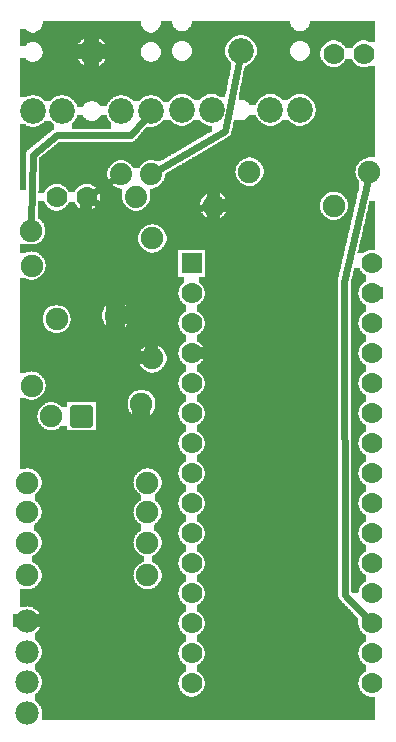
<source format=gtl>
G04 MADE WITH FRITZING*
G04 WWW.FRITZING.ORG*
G04 DOUBLE SIDED*
G04 HOLES PLATED*
G04 CONTOUR ON CENTER OF CONTOUR VECTOR*
%ASAXBY*%
%FSLAX23Y23*%
%MOIN*%
%OFA0B0*%
%SFA1.0B1.0*%
%ADD10C,0.075000*%
%ADD11C,0.078000*%
%ADD12C,0.086000*%
%ADD13C,0.070000*%
%ADD14C,0.074000*%
%ADD15R,0.069972X0.070000*%
%ADD16C,0.024000*%
%ADD17C,0.020000*%
%ADD18R,0.001000X0.001000*%
%LNCOPPER1*%
G90*
G70*
G54D10*
X1060Y2146D03*
G54D11*
X66Y64D03*
X66Y369D03*
G54D12*
X281Y2266D03*
X379Y2069D03*
X478Y2069D03*
X182Y2069D03*
X84Y2069D03*
X281Y2266D03*
X379Y2069D03*
X478Y2069D03*
X182Y2069D03*
X84Y2069D03*
X778Y2270D03*
X876Y2073D03*
X975Y2073D03*
X680Y2073D03*
X581Y2073D03*
X778Y2270D03*
X876Y2073D03*
X975Y2073D03*
X680Y2073D03*
X581Y2073D03*
G54D13*
X613Y1562D03*
X613Y1462D03*
X613Y1362D03*
X613Y1262D03*
X613Y1162D03*
X613Y1062D03*
X613Y962D03*
X613Y862D03*
X613Y762D03*
X613Y662D03*
X613Y562D03*
X613Y462D03*
X613Y362D03*
X613Y262D03*
X613Y162D03*
X1213Y1562D03*
X1213Y1462D03*
X1213Y1362D03*
X1213Y1262D03*
X1213Y1162D03*
X1213Y1062D03*
X1213Y962D03*
X1213Y862D03*
X1213Y762D03*
X1213Y662D03*
X1213Y562D03*
X1213Y462D03*
X1213Y362D03*
X1213Y262D03*
X1213Y162D03*
G54D11*
X66Y266D03*
X66Y165D03*
G54D10*
X688Y1753D03*
X1088Y1753D03*
X806Y1867D03*
X1206Y1867D03*
G54D13*
X1087Y2260D03*
X1187Y2260D03*
G54D10*
X246Y1052D03*
X146Y1052D03*
G54D13*
X164Y1782D03*
X264Y1782D03*
G54D10*
X446Y1093D03*
X163Y1376D03*
X80Y1154D03*
X80Y1554D03*
X362Y1387D03*
X79Y1670D03*
X466Y522D03*
X66Y522D03*
X466Y631D03*
X66Y631D03*
X466Y732D03*
X66Y732D03*
X466Y831D03*
X66Y831D03*
G54D14*
X478Y1858D03*
X428Y1783D03*
X378Y1858D03*
X478Y1858D03*
X428Y1783D03*
X378Y1858D03*
G54D10*
X482Y1645D03*
X482Y1245D03*
G54D15*
X613Y1562D03*
G54D16*
X725Y2003D02*
X502Y1872D01*
D02*
X771Y2234D02*
X725Y2003D01*
D02*
X356Y1843D02*
X286Y1796D01*
D02*
X393Y1705D02*
X659Y1749D01*
D02*
X286Y1769D02*
X393Y1705D01*
D02*
X1121Y1498D02*
X1124Y456D01*
D02*
X1200Y1839D02*
X1121Y1498D01*
D02*
X1124Y456D02*
X1193Y383D01*
D02*
X163Y1988D02*
X410Y1988D01*
D02*
X410Y1988D02*
X454Y2041D01*
D02*
X83Y1923D02*
X163Y1988D01*
D02*
X79Y1699D02*
X83Y1923D01*
G36*
X232Y2055D02*
X232Y2051D01*
X230Y2051D01*
X230Y2047D01*
X228Y2047D01*
X228Y2043D01*
X226Y2043D01*
X226Y2041D01*
X224Y2041D01*
X224Y2037D01*
X222Y2037D01*
X222Y2035D01*
X280Y2035D01*
X280Y2037D01*
X270Y2037D01*
X270Y2039D01*
X266Y2039D01*
X266Y2041D01*
X262Y2041D01*
X262Y2043D01*
X260Y2043D01*
X260Y2045D01*
X258Y2045D01*
X258Y2047D01*
X256Y2047D01*
X256Y2049D01*
X254Y2049D01*
X254Y2051D01*
X252Y2051D01*
X252Y2055D01*
X232Y2055D01*
G37*
D02*
G36*
X310Y2055D02*
X310Y2053D01*
X308Y2053D01*
X308Y2049D01*
X306Y2049D01*
X306Y2047D01*
X304Y2047D01*
X304Y2045D01*
X302Y2045D01*
X302Y2043D01*
X298Y2043D01*
X298Y2041D01*
X296Y2041D01*
X296Y2039D01*
X292Y2039D01*
X292Y2037D01*
X282Y2037D01*
X282Y2035D01*
X340Y2035D01*
X340Y2037D01*
X338Y2037D01*
X338Y2039D01*
X336Y2039D01*
X336Y2043D01*
X334Y2043D01*
X334Y2047D01*
X332Y2047D01*
X332Y2049D01*
X330Y2049D01*
X330Y2055D01*
X310Y2055D01*
G37*
D02*
G36*
X220Y2035D02*
X220Y2033D01*
X342Y2033D01*
X342Y2035D01*
X220Y2035D01*
G37*
D02*
G36*
X220Y2035D02*
X220Y2033D01*
X342Y2033D01*
X342Y2035D01*
X220Y2035D01*
G37*
D02*
G36*
X218Y2033D02*
X218Y2031D01*
X216Y2031D01*
X216Y2011D01*
X346Y2011D01*
X346Y2031D01*
X344Y2031D01*
X344Y2033D01*
X218Y2033D01*
G37*
D02*
G36*
X122Y2037D02*
X122Y2033D01*
X120Y2033D01*
X120Y2031D01*
X116Y2031D01*
X116Y2029D01*
X114Y2029D01*
X114Y2027D01*
X112Y2027D01*
X112Y2025D01*
X108Y2025D01*
X108Y2023D01*
X106Y2023D01*
X106Y2021D01*
X100Y2021D01*
X100Y2019D01*
X94Y2019D01*
X94Y2017D01*
X154Y2017D01*
X154Y2027D01*
X152Y2027D01*
X152Y2029D01*
X150Y2029D01*
X150Y2031D01*
X148Y2031D01*
X148Y2033D01*
X146Y2033D01*
X146Y2035D01*
X144Y2035D01*
X144Y2037D01*
X122Y2037D01*
G37*
D02*
G36*
X40Y2025D02*
X40Y2017D01*
X74Y2017D01*
X74Y2019D01*
X68Y2019D01*
X68Y2021D01*
X62Y2021D01*
X62Y2023D01*
X60Y2023D01*
X60Y2025D01*
X40Y2025D01*
G37*
D02*
G36*
X40Y2017D02*
X40Y2015D01*
X154Y2015D01*
X154Y2017D01*
X40Y2017D01*
G37*
D02*
G36*
X40Y2017D02*
X40Y2015D01*
X154Y2015D01*
X154Y2017D01*
X40Y2017D01*
G37*
D02*
G36*
X40Y2015D02*
X40Y1805D01*
X60Y1805D01*
X60Y1921D01*
X62Y1921D01*
X62Y1933D01*
X64Y1933D01*
X64Y1937D01*
X66Y1937D01*
X66Y1939D01*
X68Y1939D01*
X68Y1941D01*
X70Y1941D01*
X70Y1943D01*
X74Y1943D01*
X74Y1945D01*
X76Y1945D01*
X76Y1947D01*
X78Y1947D01*
X78Y1949D01*
X80Y1949D01*
X80Y1951D01*
X84Y1951D01*
X84Y1953D01*
X86Y1953D01*
X86Y1955D01*
X88Y1955D01*
X88Y1957D01*
X90Y1957D01*
X90Y1959D01*
X94Y1959D01*
X94Y1961D01*
X96Y1961D01*
X96Y1963D01*
X98Y1963D01*
X98Y1965D01*
X100Y1965D01*
X100Y1967D01*
X104Y1967D01*
X104Y1969D01*
X106Y1969D01*
X106Y1971D01*
X108Y1971D01*
X108Y1973D01*
X110Y1973D01*
X110Y1975D01*
X114Y1975D01*
X114Y1977D01*
X116Y1977D01*
X116Y1979D01*
X118Y1979D01*
X118Y1981D01*
X120Y1981D01*
X120Y1983D01*
X122Y1983D01*
X122Y1985D01*
X126Y1985D01*
X126Y1987D01*
X128Y1987D01*
X128Y1989D01*
X130Y1989D01*
X130Y1991D01*
X132Y1991D01*
X132Y1993D01*
X136Y1993D01*
X136Y1995D01*
X138Y1995D01*
X138Y1997D01*
X140Y1997D01*
X140Y1999D01*
X142Y1999D01*
X142Y2001D01*
X146Y2001D01*
X146Y2003D01*
X148Y2003D01*
X148Y2005D01*
X150Y2005D01*
X150Y2007D01*
X154Y2007D01*
X154Y2015D01*
X40Y2015D01*
G37*
D02*
G36*
X1206Y1771D02*
X1206Y1763D01*
X1204Y1763D01*
X1204Y1755D01*
X1202Y1755D01*
X1202Y1745D01*
X1200Y1745D01*
X1200Y1737D01*
X1198Y1737D01*
X1198Y1729D01*
X1196Y1729D01*
X1196Y1719D01*
X1194Y1719D01*
X1194Y1711D01*
X1192Y1711D01*
X1192Y1703D01*
X1190Y1703D01*
X1190Y1693D01*
X1188Y1693D01*
X1188Y1685D01*
X1186Y1685D01*
X1186Y1677D01*
X1184Y1677D01*
X1184Y1667D01*
X1182Y1667D01*
X1182Y1659D01*
X1180Y1659D01*
X1180Y1651D01*
X1178Y1651D01*
X1178Y1641D01*
X1176Y1641D01*
X1176Y1633D01*
X1174Y1633D01*
X1174Y1625D01*
X1172Y1625D01*
X1172Y1615D01*
X1170Y1615D01*
X1170Y1607D01*
X1168Y1607D01*
X1168Y1599D01*
X1166Y1599D01*
X1166Y1595D01*
X1186Y1595D01*
X1186Y1597D01*
X1188Y1597D01*
X1188Y1599D01*
X1192Y1599D01*
X1192Y1601D01*
X1196Y1601D01*
X1196Y1603D01*
X1200Y1603D01*
X1200Y1605D01*
X1206Y1605D01*
X1206Y1607D01*
X1226Y1607D01*
X1226Y1771D01*
X1206Y1771D01*
G37*
D02*
G36*
X1154Y1545D02*
X1154Y1537D01*
X1152Y1537D01*
X1152Y1529D01*
X1150Y1529D01*
X1150Y1519D01*
X1148Y1519D01*
X1148Y1511D01*
X1146Y1511D01*
X1146Y1503D01*
X1144Y1503D01*
X1144Y903D01*
X1146Y903D01*
X1146Y465D01*
X1148Y465D01*
X1148Y463D01*
X1168Y463D01*
X1168Y467D01*
X1170Y467D01*
X1170Y475D01*
X1172Y475D01*
X1172Y479D01*
X1174Y479D01*
X1174Y483D01*
X1176Y483D01*
X1176Y487D01*
X1178Y487D01*
X1178Y489D01*
X1180Y489D01*
X1180Y491D01*
X1182Y491D01*
X1182Y493D01*
X1184Y493D01*
X1184Y495D01*
X1186Y495D01*
X1186Y497D01*
X1188Y497D01*
X1188Y499D01*
X1192Y499D01*
X1192Y501D01*
X1196Y501D01*
X1196Y523D01*
X1192Y523D01*
X1192Y525D01*
X1188Y525D01*
X1188Y527D01*
X1186Y527D01*
X1186Y529D01*
X1184Y529D01*
X1184Y531D01*
X1182Y531D01*
X1182Y533D01*
X1180Y533D01*
X1180Y535D01*
X1178Y535D01*
X1178Y537D01*
X1176Y537D01*
X1176Y541D01*
X1174Y541D01*
X1174Y545D01*
X1172Y545D01*
X1172Y549D01*
X1170Y549D01*
X1170Y557D01*
X1168Y557D01*
X1168Y567D01*
X1170Y567D01*
X1170Y575D01*
X1172Y575D01*
X1172Y579D01*
X1174Y579D01*
X1174Y583D01*
X1176Y583D01*
X1176Y587D01*
X1178Y587D01*
X1178Y589D01*
X1180Y589D01*
X1180Y591D01*
X1182Y591D01*
X1182Y593D01*
X1184Y593D01*
X1184Y595D01*
X1186Y595D01*
X1186Y597D01*
X1188Y597D01*
X1188Y599D01*
X1192Y599D01*
X1192Y601D01*
X1196Y601D01*
X1196Y623D01*
X1192Y623D01*
X1192Y625D01*
X1188Y625D01*
X1188Y627D01*
X1186Y627D01*
X1186Y629D01*
X1184Y629D01*
X1184Y631D01*
X1182Y631D01*
X1182Y633D01*
X1180Y633D01*
X1180Y635D01*
X1178Y635D01*
X1178Y637D01*
X1176Y637D01*
X1176Y641D01*
X1174Y641D01*
X1174Y645D01*
X1172Y645D01*
X1172Y649D01*
X1170Y649D01*
X1170Y657D01*
X1168Y657D01*
X1168Y667D01*
X1170Y667D01*
X1170Y675D01*
X1172Y675D01*
X1172Y679D01*
X1174Y679D01*
X1174Y683D01*
X1176Y683D01*
X1176Y687D01*
X1178Y687D01*
X1178Y689D01*
X1180Y689D01*
X1180Y691D01*
X1182Y691D01*
X1182Y693D01*
X1184Y693D01*
X1184Y695D01*
X1186Y695D01*
X1186Y697D01*
X1188Y697D01*
X1188Y699D01*
X1192Y699D01*
X1192Y701D01*
X1196Y701D01*
X1196Y723D01*
X1192Y723D01*
X1192Y725D01*
X1188Y725D01*
X1188Y727D01*
X1186Y727D01*
X1186Y729D01*
X1184Y729D01*
X1184Y731D01*
X1182Y731D01*
X1182Y733D01*
X1180Y733D01*
X1180Y735D01*
X1178Y735D01*
X1178Y737D01*
X1176Y737D01*
X1176Y741D01*
X1174Y741D01*
X1174Y745D01*
X1172Y745D01*
X1172Y749D01*
X1170Y749D01*
X1170Y757D01*
X1168Y757D01*
X1168Y767D01*
X1170Y767D01*
X1170Y775D01*
X1172Y775D01*
X1172Y779D01*
X1174Y779D01*
X1174Y783D01*
X1176Y783D01*
X1176Y787D01*
X1178Y787D01*
X1178Y789D01*
X1180Y789D01*
X1180Y791D01*
X1182Y791D01*
X1182Y793D01*
X1184Y793D01*
X1184Y795D01*
X1186Y795D01*
X1186Y797D01*
X1188Y797D01*
X1188Y799D01*
X1192Y799D01*
X1192Y801D01*
X1196Y801D01*
X1196Y823D01*
X1192Y823D01*
X1192Y825D01*
X1188Y825D01*
X1188Y827D01*
X1186Y827D01*
X1186Y829D01*
X1184Y829D01*
X1184Y831D01*
X1182Y831D01*
X1182Y833D01*
X1180Y833D01*
X1180Y835D01*
X1178Y835D01*
X1178Y837D01*
X1176Y837D01*
X1176Y841D01*
X1174Y841D01*
X1174Y845D01*
X1172Y845D01*
X1172Y849D01*
X1170Y849D01*
X1170Y857D01*
X1168Y857D01*
X1168Y867D01*
X1170Y867D01*
X1170Y875D01*
X1172Y875D01*
X1172Y879D01*
X1174Y879D01*
X1174Y883D01*
X1176Y883D01*
X1176Y887D01*
X1178Y887D01*
X1178Y889D01*
X1180Y889D01*
X1180Y891D01*
X1182Y891D01*
X1182Y893D01*
X1184Y893D01*
X1184Y895D01*
X1186Y895D01*
X1186Y897D01*
X1188Y897D01*
X1188Y899D01*
X1192Y899D01*
X1192Y901D01*
X1196Y901D01*
X1196Y923D01*
X1192Y923D01*
X1192Y925D01*
X1188Y925D01*
X1188Y927D01*
X1186Y927D01*
X1186Y929D01*
X1184Y929D01*
X1184Y931D01*
X1182Y931D01*
X1182Y933D01*
X1180Y933D01*
X1180Y935D01*
X1178Y935D01*
X1178Y937D01*
X1176Y937D01*
X1176Y941D01*
X1174Y941D01*
X1174Y945D01*
X1172Y945D01*
X1172Y949D01*
X1170Y949D01*
X1170Y957D01*
X1168Y957D01*
X1168Y967D01*
X1170Y967D01*
X1170Y975D01*
X1172Y975D01*
X1172Y979D01*
X1174Y979D01*
X1174Y983D01*
X1176Y983D01*
X1176Y987D01*
X1178Y987D01*
X1178Y989D01*
X1180Y989D01*
X1180Y991D01*
X1182Y991D01*
X1182Y993D01*
X1184Y993D01*
X1184Y995D01*
X1186Y995D01*
X1186Y997D01*
X1188Y997D01*
X1188Y999D01*
X1192Y999D01*
X1192Y1001D01*
X1196Y1001D01*
X1196Y1023D01*
X1192Y1023D01*
X1192Y1025D01*
X1188Y1025D01*
X1188Y1027D01*
X1186Y1027D01*
X1186Y1029D01*
X1184Y1029D01*
X1184Y1031D01*
X1182Y1031D01*
X1182Y1033D01*
X1180Y1033D01*
X1180Y1035D01*
X1178Y1035D01*
X1178Y1037D01*
X1176Y1037D01*
X1176Y1041D01*
X1174Y1041D01*
X1174Y1045D01*
X1172Y1045D01*
X1172Y1049D01*
X1170Y1049D01*
X1170Y1057D01*
X1168Y1057D01*
X1168Y1067D01*
X1170Y1067D01*
X1170Y1075D01*
X1172Y1075D01*
X1172Y1079D01*
X1174Y1079D01*
X1174Y1083D01*
X1176Y1083D01*
X1176Y1087D01*
X1178Y1087D01*
X1178Y1089D01*
X1180Y1089D01*
X1180Y1091D01*
X1182Y1091D01*
X1182Y1093D01*
X1184Y1093D01*
X1184Y1095D01*
X1186Y1095D01*
X1186Y1097D01*
X1188Y1097D01*
X1188Y1099D01*
X1192Y1099D01*
X1192Y1101D01*
X1196Y1101D01*
X1196Y1123D01*
X1192Y1123D01*
X1192Y1125D01*
X1188Y1125D01*
X1188Y1127D01*
X1186Y1127D01*
X1186Y1129D01*
X1184Y1129D01*
X1184Y1131D01*
X1182Y1131D01*
X1182Y1133D01*
X1180Y1133D01*
X1180Y1135D01*
X1178Y1135D01*
X1178Y1137D01*
X1176Y1137D01*
X1176Y1141D01*
X1174Y1141D01*
X1174Y1145D01*
X1172Y1145D01*
X1172Y1149D01*
X1170Y1149D01*
X1170Y1157D01*
X1168Y1157D01*
X1168Y1167D01*
X1170Y1167D01*
X1170Y1175D01*
X1172Y1175D01*
X1172Y1179D01*
X1174Y1179D01*
X1174Y1183D01*
X1176Y1183D01*
X1176Y1187D01*
X1178Y1187D01*
X1178Y1189D01*
X1180Y1189D01*
X1180Y1191D01*
X1182Y1191D01*
X1182Y1193D01*
X1184Y1193D01*
X1184Y1195D01*
X1186Y1195D01*
X1186Y1197D01*
X1188Y1197D01*
X1188Y1199D01*
X1192Y1199D01*
X1192Y1201D01*
X1196Y1201D01*
X1196Y1223D01*
X1192Y1223D01*
X1192Y1225D01*
X1188Y1225D01*
X1188Y1227D01*
X1186Y1227D01*
X1186Y1229D01*
X1184Y1229D01*
X1184Y1231D01*
X1182Y1231D01*
X1182Y1233D01*
X1180Y1233D01*
X1180Y1235D01*
X1178Y1235D01*
X1178Y1237D01*
X1176Y1237D01*
X1176Y1241D01*
X1174Y1241D01*
X1174Y1245D01*
X1172Y1245D01*
X1172Y1249D01*
X1170Y1249D01*
X1170Y1257D01*
X1168Y1257D01*
X1168Y1267D01*
X1170Y1267D01*
X1170Y1275D01*
X1172Y1275D01*
X1172Y1279D01*
X1174Y1279D01*
X1174Y1283D01*
X1176Y1283D01*
X1176Y1287D01*
X1178Y1287D01*
X1178Y1289D01*
X1180Y1289D01*
X1180Y1291D01*
X1182Y1291D01*
X1182Y1293D01*
X1184Y1293D01*
X1184Y1295D01*
X1186Y1295D01*
X1186Y1297D01*
X1188Y1297D01*
X1188Y1299D01*
X1192Y1299D01*
X1192Y1301D01*
X1196Y1301D01*
X1196Y1323D01*
X1192Y1323D01*
X1192Y1325D01*
X1188Y1325D01*
X1188Y1327D01*
X1186Y1327D01*
X1186Y1329D01*
X1184Y1329D01*
X1184Y1331D01*
X1182Y1331D01*
X1182Y1333D01*
X1180Y1333D01*
X1180Y1335D01*
X1178Y1335D01*
X1178Y1337D01*
X1176Y1337D01*
X1176Y1341D01*
X1174Y1341D01*
X1174Y1345D01*
X1172Y1345D01*
X1172Y1349D01*
X1170Y1349D01*
X1170Y1357D01*
X1168Y1357D01*
X1168Y1367D01*
X1170Y1367D01*
X1170Y1375D01*
X1172Y1375D01*
X1172Y1379D01*
X1174Y1379D01*
X1174Y1383D01*
X1176Y1383D01*
X1176Y1387D01*
X1178Y1387D01*
X1178Y1389D01*
X1180Y1389D01*
X1180Y1391D01*
X1182Y1391D01*
X1182Y1393D01*
X1184Y1393D01*
X1184Y1395D01*
X1186Y1395D01*
X1186Y1397D01*
X1188Y1397D01*
X1188Y1399D01*
X1192Y1399D01*
X1192Y1401D01*
X1196Y1401D01*
X1196Y1423D01*
X1192Y1423D01*
X1192Y1425D01*
X1188Y1425D01*
X1188Y1427D01*
X1186Y1427D01*
X1186Y1429D01*
X1184Y1429D01*
X1184Y1431D01*
X1182Y1431D01*
X1182Y1433D01*
X1180Y1433D01*
X1180Y1435D01*
X1178Y1435D01*
X1178Y1437D01*
X1176Y1437D01*
X1176Y1441D01*
X1174Y1441D01*
X1174Y1445D01*
X1172Y1445D01*
X1172Y1449D01*
X1170Y1449D01*
X1170Y1457D01*
X1168Y1457D01*
X1168Y1467D01*
X1170Y1467D01*
X1170Y1475D01*
X1172Y1475D01*
X1172Y1479D01*
X1174Y1479D01*
X1174Y1483D01*
X1176Y1483D01*
X1176Y1487D01*
X1178Y1487D01*
X1178Y1489D01*
X1180Y1489D01*
X1180Y1491D01*
X1182Y1491D01*
X1182Y1493D01*
X1184Y1493D01*
X1184Y1495D01*
X1186Y1495D01*
X1186Y1497D01*
X1188Y1497D01*
X1188Y1499D01*
X1192Y1499D01*
X1192Y1501D01*
X1196Y1501D01*
X1196Y1523D01*
X1192Y1523D01*
X1192Y1525D01*
X1188Y1525D01*
X1188Y1527D01*
X1186Y1527D01*
X1186Y1529D01*
X1184Y1529D01*
X1184Y1531D01*
X1182Y1531D01*
X1182Y1533D01*
X1180Y1533D01*
X1180Y1535D01*
X1178Y1535D01*
X1178Y1537D01*
X1176Y1537D01*
X1176Y1541D01*
X1174Y1541D01*
X1174Y1545D01*
X1154Y1545D01*
G37*
D02*
G36*
X118Y2369D02*
X118Y2361D01*
X116Y2361D01*
X116Y2353D01*
X114Y2353D01*
X114Y2349D01*
X112Y2349D01*
X112Y2347D01*
X110Y2347D01*
X110Y2343D01*
X108Y2343D01*
X108Y2341D01*
X106Y2341D01*
X106Y2339D01*
X102Y2339D01*
X102Y2337D01*
X100Y2337D01*
X100Y2335D01*
X96Y2335D01*
X96Y2333D01*
X90Y2333D01*
X90Y2331D01*
X472Y2331D01*
X472Y2333D01*
X466Y2333D01*
X466Y2335D01*
X462Y2335D01*
X462Y2337D01*
X458Y2337D01*
X458Y2339D01*
X456Y2339D01*
X456Y2341D01*
X454Y2341D01*
X454Y2343D01*
X452Y2343D01*
X452Y2345D01*
X450Y2345D01*
X450Y2349D01*
X448Y2349D01*
X448Y2353D01*
X446Y2353D01*
X446Y2357D01*
X444Y2357D01*
X444Y2369D01*
X118Y2369D01*
G37*
D02*
G36*
X512Y2369D02*
X512Y2363D01*
X510Y2363D01*
X510Y2355D01*
X508Y2355D01*
X508Y2349D01*
X506Y2349D01*
X506Y2347D01*
X504Y2347D01*
X504Y2345D01*
X502Y2345D01*
X502Y2341D01*
X498Y2341D01*
X498Y2339D01*
X496Y2339D01*
X496Y2337D01*
X494Y2337D01*
X494Y2335D01*
X574Y2335D01*
X574Y2337D01*
X568Y2337D01*
X568Y2339D01*
X564Y2339D01*
X564Y2341D01*
X562Y2341D01*
X562Y2343D01*
X560Y2343D01*
X560Y2345D01*
X558Y2345D01*
X558Y2347D01*
X556Y2347D01*
X556Y2349D01*
X554Y2349D01*
X554Y2351D01*
X552Y2351D01*
X552Y2355D01*
X550Y2355D01*
X550Y2359D01*
X548Y2359D01*
X548Y2369D01*
X512Y2369D01*
G37*
D02*
G36*
X614Y2369D02*
X614Y2359D01*
X612Y2359D01*
X612Y2355D01*
X610Y2355D01*
X610Y2351D01*
X608Y2351D01*
X608Y2349D01*
X606Y2349D01*
X606Y2347D01*
X604Y2347D01*
X604Y2345D01*
X602Y2345D01*
X602Y2343D01*
X600Y2343D01*
X600Y2341D01*
X598Y2341D01*
X598Y2339D01*
X594Y2339D01*
X594Y2337D01*
X588Y2337D01*
X588Y2335D01*
X968Y2335D01*
X968Y2337D01*
X962Y2337D01*
X962Y2339D01*
X958Y2339D01*
X958Y2341D01*
X956Y2341D01*
X956Y2343D01*
X954Y2343D01*
X954Y2345D01*
X950Y2345D01*
X950Y2349D01*
X948Y2349D01*
X948Y2351D01*
X946Y2351D01*
X946Y2355D01*
X944Y2355D01*
X944Y2359D01*
X942Y2359D01*
X942Y2369D01*
X614Y2369D01*
G37*
D02*
G36*
X1008Y2369D02*
X1008Y2361D01*
X1006Y2361D01*
X1006Y2355D01*
X1004Y2355D01*
X1004Y2351D01*
X1002Y2351D01*
X1002Y2349D01*
X1000Y2349D01*
X1000Y2347D01*
X998Y2347D01*
X998Y2345D01*
X996Y2345D01*
X996Y2343D01*
X994Y2343D01*
X994Y2341D01*
X992Y2341D01*
X992Y2339D01*
X988Y2339D01*
X988Y2337D01*
X982Y2337D01*
X982Y2335D01*
X1226Y2335D01*
X1226Y2369D01*
X1008Y2369D01*
G37*
D02*
G36*
X40Y2343D02*
X40Y2331D01*
X78Y2331D01*
X78Y2333D01*
X72Y2333D01*
X72Y2335D01*
X68Y2335D01*
X68Y2337D01*
X64Y2337D01*
X64Y2339D01*
X62Y2339D01*
X62Y2341D01*
X60Y2341D01*
X60Y2343D01*
X40Y2343D01*
G37*
D02*
G36*
X490Y2335D02*
X490Y2333D01*
X1226Y2333D01*
X1226Y2335D01*
X490Y2335D01*
G37*
D02*
G36*
X490Y2335D02*
X490Y2333D01*
X1226Y2333D01*
X1226Y2335D01*
X490Y2335D01*
G37*
D02*
G36*
X490Y2335D02*
X490Y2333D01*
X1226Y2333D01*
X1226Y2335D01*
X490Y2335D01*
G37*
D02*
G36*
X484Y2333D02*
X484Y2331D01*
X1226Y2331D01*
X1226Y2333D01*
X484Y2333D01*
G37*
D02*
G36*
X40Y2331D02*
X40Y2329D01*
X1226Y2329D01*
X1226Y2331D01*
X40Y2331D01*
G37*
D02*
G36*
X40Y2331D02*
X40Y2329D01*
X1226Y2329D01*
X1226Y2331D01*
X40Y2331D01*
G37*
D02*
G36*
X40Y2331D02*
X40Y2329D01*
X1226Y2329D01*
X1226Y2331D01*
X40Y2331D01*
G37*
D02*
G36*
X40Y2329D02*
X40Y2323D01*
X788Y2323D01*
X788Y2321D01*
X794Y2321D01*
X794Y2319D01*
X798Y2319D01*
X798Y2317D01*
X802Y2317D01*
X802Y2315D01*
X806Y2315D01*
X806Y2313D01*
X808Y2313D01*
X808Y2311D01*
X810Y2311D01*
X810Y2309D01*
X812Y2309D01*
X812Y2307D01*
X814Y2307D01*
X814Y2305D01*
X1196Y2305D01*
X1196Y2303D01*
X1202Y2303D01*
X1202Y2301D01*
X1206Y2301D01*
X1206Y2299D01*
X1226Y2299D01*
X1226Y2329D01*
X40Y2329D01*
G37*
D02*
G36*
X40Y2323D02*
X40Y2319D01*
X292Y2319D01*
X292Y2317D01*
X298Y2317D01*
X298Y2315D01*
X302Y2315D01*
X302Y2313D01*
X306Y2313D01*
X306Y2311D01*
X308Y2311D01*
X308Y2309D01*
X312Y2309D01*
X312Y2307D01*
X314Y2307D01*
X314Y2305D01*
X316Y2305D01*
X316Y2303D01*
X590Y2303D01*
X590Y2301D01*
X596Y2301D01*
X596Y2299D01*
X598Y2299D01*
X598Y2297D01*
X602Y2297D01*
X602Y2295D01*
X604Y2295D01*
X604Y2293D01*
X606Y2293D01*
X606Y2291D01*
X608Y2291D01*
X608Y2287D01*
X610Y2287D01*
X610Y2285D01*
X612Y2285D01*
X612Y2279D01*
X614Y2279D01*
X614Y2261D01*
X612Y2261D01*
X612Y2257D01*
X610Y2257D01*
X610Y2253D01*
X608Y2253D01*
X608Y2251D01*
X606Y2251D01*
X606Y2247D01*
X604Y2247D01*
X604Y2245D01*
X600Y2245D01*
X600Y2243D01*
X598Y2243D01*
X598Y2241D01*
X594Y2241D01*
X594Y2239D01*
X590Y2239D01*
X590Y2237D01*
X738Y2237D01*
X738Y2239D01*
X736Y2239D01*
X736Y2241D01*
X734Y2241D01*
X734Y2245D01*
X732Y2245D01*
X732Y2247D01*
X730Y2247D01*
X730Y2251D01*
X728Y2251D01*
X728Y2257D01*
X726Y2257D01*
X726Y2269D01*
X724Y2269D01*
X724Y2271D01*
X726Y2271D01*
X726Y2283D01*
X728Y2283D01*
X728Y2289D01*
X730Y2289D01*
X730Y2293D01*
X732Y2293D01*
X732Y2295D01*
X734Y2295D01*
X734Y2299D01*
X736Y2299D01*
X736Y2301D01*
X738Y2301D01*
X738Y2303D01*
X740Y2303D01*
X740Y2307D01*
X744Y2307D01*
X744Y2309D01*
X746Y2309D01*
X746Y2311D01*
X748Y2311D01*
X748Y2313D01*
X750Y2313D01*
X750Y2315D01*
X754Y2315D01*
X754Y2317D01*
X758Y2317D01*
X758Y2319D01*
X762Y2319D01*
X762Y2321D01*
X768Y2321D01*
X768Y2323D01*
X40Y2323D01*
G37*
D02*
G36*
X40Y2319D02*
X40Y2299D01*
X94Y2299D01*
X94Y2297D01*
X98Y2297D01*
X98Y2295D01*
X102Y2295D01*
X102Y2293D01*
X104Y2293D01*
X104Y2291D01*
X106Y2291D01*
X106Y2289D01*
X108Y2289D01*
X108Y2287D01*
X110Y2287D01*
X110Y2285D01*
X112Y2285D01*
X112Y2281D01*
X114Y2281D01*
X114Y2279D01*
X116Y2279D01*
X116Y2271D01*
X118Y2271D01*
X118Y2261D01*
X116Y2261D01*
X116Y2255D01*
X114Y2255D01*
X114Y2251D01*
X112Y2251D01*
X112Y2247D01*
X110Y2247D01*
X110Y2245D01*
X108Y2245D01*
X108Y2243D01*
X106Y2243D01*
X106Y2241D01*
X104Y2241D01*
X104Y2239D01*
X100Y2239D01*
X100Y2237D01*
X98Y2237D01*
X98Y2235D01*
X92Y2235D01*
X92Y2233D01*
X240Y2233D01*
X240Y2237D01*
X238Y2237D01*
X238Y2239D01*
X236Y2239D01*
X236Y2243D01*
X234Y2243D01*
X234Y2245D01*
X232Y2245D01*
X232Y2251D01*
X230Y2251D01*
X230Y2257D01*
X228Y2257D01*
X228Y2277D01*
X230Y2277D01*
X230Y2283D01*
X232Y2283D01*
X232Y2287D01*
X234Y2287D01*
X234Y2291D01*
X236Y2291D01*
X236Y2295D01*
X238Y2295D01*
X238Y2297D01*
X240Y2297D01*
X240Y2299D01*
X242Y2299D01*
X242Y2301D01*
X244Y2301D01*
X244Y2303D01*
X246Y2303D01*
X246Y2305D01*
X248Y2305D01*
X248Y2307D01*
X250Y2307D01*
X250Y2309D01*
X252Y2309D01*
X252Y2311D01*
X256Y2311D01*
X256Y2313D01*
X260Y2313D01*
X260Y2315D01*
X264Y2315D01*
X264Y2317D01*
X270Y2317D01*
X270Y2319D01*
X40Y2319D01*
G37*
D02*
G36*
X816Y2305D02*
X816Y2303D01*
X984Y2303D01*
X984Y2301D01*
X988Y2301D01*
X988Y2299D01*
X992Y2299D01*
X992Y2297D01*
X994Y2297D01*
X994Y2295D01*
X998Y2295D01*
X998Y2293D01*
X1000Y2293D01*
X1000Y2289D01*
X1002Y2289D01*
X1002Y2287D01*
X1004Y2287D01*
X1004Y2283D01*
X1006Y2283D01*
X1006Y2279D01*
X1008Y2279D01*
X1008Y2261D01*
X1006Y2261D01*
X1006Y2257D01*
X1004Y2257D01*
X1004Y2253D01*
X1002Y2253D01*
X1002Y2251D01*
X1000Y2251D01*
X1000Y2249D01*
X998Y2249D01*
X998Y2247D01*
X996Y2247D01*
X996Y2245D01*
X994Y2245D01*
X994Y2243D01*
X992Y2243D01*
X992Y2241D01*
X988Y2241D01*
X988Y2239D01*
X984Y2239D01*
X984Y2237D01*
X1050Y2237D01*
X1050Y2239D01*
X1048Y2239D01*
X1048Y2241D01*
X1046Y2241D01*
X1046Y2247D01*
X1044Y2247D01*
X1044Y2251D01*
X1042Y2251D01*
X1042Y2269D01*
X1044Y2269D01*
X1044Y2275D01*
X1046Y2275D01*
X1046Y2279D01*
X1048Y2279D01*
X1048Y2283D01*
X1050Y2283D01*
X1050Y2285D01*
X1052Y2285D01*
X1052Y2287D01*
X1054Y2287D01*
X1054Y2289D01*
X1056Y2289D01*
X1056Y2291D01*
X1058Y2291D01*
X1058Y2293D01*
X1060Y2293D01*
X1060Y2295D01*
X1062Y2295D01*
X1062Y2297D01*
X1064Y2297D01*
X1064Y2299D01*
X1068Y2299D01*
X1068Y2301D01*
X1072Y2301D01*
X1072Y2303D01*
X1078Y2303D01*
X1078Y2305D01*
X816Y2305D01*
G37*
D02*
G36*
X1096Y2305D02*
X1096Y2303D01*
X1102Y2303D01*
X1102Y2301D01*
X1106Y2301D01*
X1106Y2299D01*
X1110Y2299D01*
X1110Y2297D01*
X1112Y2297D01*
X1112Y2295D01*
X1114Y2295D01*
X1114Y2293D01*
X1116Y2293D01*
X1116Y2291D01*
X1118Y2291D01*
X1118Y2289D01*
X1120Y2289D01*
X1120Y2287D01*
X1122Y2287D01*
X1122Y2285D01*
X1124Y2285D01*
X1124Y2281D01*
X1126Y2281D01*
X1126Y2279D01*
X1148Y2279D01*
X1148Y2281D01*
X1150Y2281D01*
X1150Y2285D01*
X1152Y2285D01*
X1152Y2287D01*
X1154Y2287D01*
X1154Y2289D01*
X1156Y2289D01*
X1156Y2291D01*
X1158Y2291D01*
X1158Y2293D01*
X1160Y2293D01*
X1160Y2295D01*
X1162Y2295D01*
X1162Y2297D01*
X1164Y2297D01*
X1164Y2299D01*
X1168Y2299D01*
X1168Y2301D01*
X1172Y2301D01*
X1172Y2303D01*
X1178Y2303D01*
X1178Y2305D01*
X1096Y2305D01*
G37*
D02*
G36*
X318Y2303D02*
X318Y2301D01*
X320Y2301D01*
X320Y2299D01*
X488Y2299D01*
X488Y2297D01*
X492Y2297D01*
X492Y2295D01*
X496Y2295D01*
X496Y2293D01*
X498Y2293D01*
X498Y2291D01*
X500Y2291D01*
X500Y2289D01*
X502Y2289D01*
X502Y2287D01*
X504Y2287D01*
X504Y2285D01*
X506Y2285D01*
X506Y2281D01*
X508Y2281D01*
X508Y2277D01*
X510Y2277D01*
X510Y2269D01*
X512Y2269D01*
X512Y2265D01*
X510Y2265D01*
X510Y2255D01*
X508Y2255D01*
X508Y2251D01*
X506Y2251D01*
X506Y2249D01*
X504Y2249D01*
X504Y2245D01*
X502Y2245D01*
X502Y2243D01*
X500Y2243D01*
X500Y2241D01*
X498Y2241D01*
X498Y2239D01*
X494Y2239D01*
X494Y2237D01*
X572Y2237D01*
X572Y2239D01*
X568Y2239D01*
X568Y2241D01*
X564Y2241D01*
X564Y2243D01*
X562Y2243D01*
X562Y2245D01*
X558Y2245D01*
X558Y2247D01*
X556Y2247D01*
X556Y2251D01*
X554Y2251D01*
X554Y2253D01*
X552Y2253D01*
X552Y2257D01*
X550Y2257D01*
X550Y2261D01*
X548Y2261D01*
X548Y2279D01*
X550Y2279D01*
X550Y2283D01*
X552Y2283D01*
X552Y2287D01*
X554Y2287D01*
X554Y2291D01*
X556Y2291D01*
X556Y2293D01*
X558Y2293D01*
X558Y2295D01*
X560Y2295D01*
X560Y2297D01*
X564Y2297D01*
X564Y2299D01*
X566Y2299D01*
X566Y2301D01*
X572Y2301D01*
X572Y2303D01*
X318Y2303D01*
G37*
D02*
G36*
X818Y2303D02*
X818Y2301D01*
X820Y2301D01*
X820Y2299D01*
X822Y2299D01*
X822Y2295D01*
X824Y2295D01*
X824Y2293D01*
X826Y2293D01*
X826Y2289D01*
X828Y2289D01*
X828Y2283D01*
X830Y2283D01*
X830Y2257D01*
X828Y2257D01*
X828Y2253D01*
X826Y2253D01*
X826Y2249D01*
X824Y2249D01*
X824Y2245D01*
X822Y2245D01*
X822Y2241D01*
X820Y2241D01*
X820Y2239D01*
X818Y2239D01*
X818Y2237D01*
X966Y2237D01*
X966Y2239D01*
X962Y2239D01*
X962Y2241D01*
X958Y2241D01*
X958Y2243D01*
X954Y2243D01*
X954Y2245D01*
X952Y2245D01*
X952Y2247D01*
X950Y2247D01*
X950Y2249D01*
X948Y2249D01*
X948Y2253D01*
X946Y2253D01*
X946Y2255D01*
X944Y2255D01*
X944Y2261D01*
X942Y2261D01*
X942Y2279D01*
X944Y2279D01*
X944Y2285D01*
X946Y2285D01*
X946Y2287D01*
X948Y2287D01*
X948Y2291D01*
X950Y2291D01*
X950Y2293D01*
X952Y2293D01*
X952Y2295D01*
X954Y2295D01*
X954Y2297D01*
X958Y2297D01*
X958Y2299D01*
X960Y2299D01*
X960Y2301D01*
X966Y2301D01*
X966Y2303D01*
X818Y2303D01*
G37*
D02*
G36*
X40Y2299D02*
X40Y2287D01*
X60Y2287D01*
X60Y2289D01*
X62Y2289D01*
X62Y2291D01*
X64Y2291D01*
X64Y2293D01*
X66Y2293D01*
X66Y2295D01*
X70Y2295D01*
X70Y2297D01*
X74Y2297D01*
X74Y2299D01*
X40Y2299D01*
G37*
D02*
G36*
X322Y2299D02*
X322Y2297D01*
X324Y2297D01*
X324Y2293D01*
X326Y2293D01*
X326Y2289D01*
X328Y2289D01*
X328Y2287D01*
X330Y2287D01*
X330Y2281D01*
X332Y2281D01*
X332Y2275D01*
X334Y2275D01*
X334Y2259D01*
X332Y2259D01*
X332Y2251D01*
X330Y2251D01*
X330Y2247D01*
X328Y2247D01*
X328Y2243D01*
X326Y2243D01*
X326Y2239D01*
X324Y2239D01*
X324Y2237D01*
X322Y2237D01*
X322Y2235D01*
X320Y2235D01*
X320Y2233D01*
X470Y2233D01*
X470Y2235D01*
X464Y2235D01*
X464Y2237D01*
X462Y2237D01*
X462Y2239D01*
X458Y2239D01*
X458Y2241D01*
X456Y2241D01*
X456Y2243D01*
X454Y2243D01*
X454Y2245D01*
X452Y2245D01*
X452Y2247D01*
X450Y2247D01*
X450Y2251D01*
X448Y2251D01*
X448Y2253D01*
X446Y2253D01*
X446Y2259D01*
X444Y2259D01*
X444Y2273D01*
X446Y2273D01*
X446Y2279D01*
X448Y2279D01*
X448Y2283D01*
X450Y2283D01*
X450Y2285D01*
X452Y2285D01*
X452Y2289D01*
X454Y2289D01*
X454Y2291D01*
X458Y2291D01*
X458Y2293D01*
X460Y2293D01*
X460Y2295D01*
X462Y2295D01*
X462Y2297D01*
X468Y2297D01*
X468Y2299D01*
X322Y2299D01*
G37*
D02*
G36*
X40Y2245D02*
X40Y2233D01*
X76Y2233D01*
X76Y2235D01*
X70Y2235D01*
X70Y2237D01*
X68Y2237D01*
X68Y2239D01*
X64Y2239D01*
X64Y2241D01*
X62Y2241D01*
X62Y2243D01*
X60Y2243D01*
X60Y2245D01*
X40Y2245D01*
G37*
D02*
G36*
X1126Y2243D02*
X1126Y2239D01*
X1124Y2239D01*
X1124Y2235D01*
X1122Y2235D01*
X1122Y2233D01*
X1120Y2233D01*
X1120Y2231D01*
X1118Y2231D01*
X1118Y2229D01*
X1116Y2229D01*
X1116Y2227D01*
X1114Y2227D01*
X1114Y2225D01*
X1110Y2225D01*
X1110Y2223D01*
X1108Y2223D01*
X1108Y2221D01*
X1104Y2221D01*
X1104Y2219D01*
X1100Y2219D01*
X1100Y2217D01*
X1092Y2217D01*
X1092Y2215D01*
X1182Y2215D01*
X1182Y2217D01*
X1174Y2217D01*
X1174Y2219D01*
X1170Y2219D01*
X1170Y2221D01*
X1166Y2221D01*
X1166Y2223D01*
X1162Y2223D01*
X1162Y2225D01*
X1160Y2225D01*
X1160Y2227D01*
X1158Y2227D01*
X1158Y2229D01*
X1156Y2229D01*
X1156Y2231D01*
X1154Y2231D01*
X1154Y2233D01*
X1152Y2233D01*
X1152Y2235D01*
X1150Y2235D01*
X1150Y2239D01*
X1148Y2239D01*
X1148Y2243D01*
X1126Y2243D01*
G37*
D02*
G36*
X490Y2237D02*
X490Y2235D01*
X740Y2235D01*
X740Y2237D01*
X490Y2237D01*
G37*
D02*
G36*
X490Y2237D02*
X490Y2235D01*
X740Y2235D01*
X740Y2237D01*
X490Y2237D01*
G37*
D02*
G36*
X816Y2237D02*
X816Y2235D01*
X1050Y2235D01*
X1050Y2237D01*
X816Y2237D01*
G37*
D02*
G36*
X816Y2237D02*
X816Y2235D01*
X1050Y2235D01*
X1050Y2237D01*
X816Y2237D01*
G37*
D02*
G36*
X486Y2235D02*
X486Y2233D01*
X742Y2233D01*
X742Y2235D01*
X486Y2235D01*
G37*
D02*
G36*
X814Y2235D02*
X814Y2233D01*
X812Y2233D01*
X812Y2231D01*
X810Y2231D01*
X810Y2229D01*
X808Y2229D01*
X808Y2227D01*
X804Y2227D01*
X804Y2225D01*
X802Y2225D01*
X802Y2223D01*
X798Y2223D01*
X798Y2221D01*
X794Y2221D01*
X794Y2219D01*
X790Y2219D01*
X790Y2215D01*
X1080Y2215D01*
X1080Y2217D01*
X1074Y2217D01*
X1074Y2219D01*
X1070Y2219D01*
X1070Y2221D01*
X1066Y2221D01*
X1066Y2223D01*
X1062Y2223D01*
X1062Y2225D01*
X1060Y2225D01*
X1060Y2227D01*
X1058Y2227D01*
X1058Y2229D01*
X1056Y2229D01*
X1056Y2231D01*
X1054Y2231D01*
X1054Y2233D01*
X1052Y2233D01*
X1052Y2235D01*
X814Y2235D01*
G37*
D02*
G36*
X40Y2233D02*
X40Y2231D01*
X242Y2231D01*
X242Y2233D01*
X40Y2233D01*
G37*
D02*
G36*
X40Y2233D02*
X40Y2231D01*
X242Y2231D01*
X242Y2233D01*
X40Y2233D01*
G37*
D02*
G36*
X320Y2233D02*
X320Y2231D01*
X744Y2231D01*
X744Y2233D01*
X320Y2233D01*
G37*
D02*
G36*
X320Y2233D02*
X320Y2231D01*
X744Y2231D01*
X744Y2233D01*
X320Y2233D01*
G37*
D02*
G36*
X40Y2231D02*
X40Y2213D01*
X274Y2213D01*
X274Y2215D01*
X266Y2215D01*
X266Y2217D01*
X262Y2217D01*
X262Y2219D01*
X258Y2219D01*
X258Y2221D01*
X254Y2221D01*
X254Y2223D01*
X252Y2223D01*
X252Y2225D01*
X248Y2225D01*
X248Y2227D01*
X246Y2227D01*
X246Y2229D01*
X244Y2229D01*
X244Y2231D01*
X40Y2231D01*
G37*
D02*
G36*
X318Y2231D02*
X318Y2229D01*
X316Y2229D01*
X316Y2227D01*
X312Y2227D01*
X312Y2225D01*
X310Y2225D01*
X310Y2223D01*
X308Y2223D01*
X308Y2221D01*
X304Y2221D01*
X304Y2219D01*
X300Y2219D01*
X300Y2217D01*
X296Y2217D01*
X296Y2215D01*
X288Y2215D01*
X288Y2213D01*
X744Y2213D01*
X744Y2231D01*
X318Y2231D01*
G37*
D02*
G36*
X1204Y2221D02*
X1204Y2219D01*
X1200Y2219D01*
X1200Y2217D01*
X1194Y2217D01*
X1194Y2215D01*
X1226Y2215D01*
X1226Y2221D01*
X1204Y2221D01*
G37*
D02*
G36*
X790Y2215D02*
X790Y2213D01*
X1226Y2213D01*
X1226Y2215D01*
X790Y2215D01*
G37*
D02*
G36*
X790Y2215D02*
X790Y2213D01*
X1226Y2213D01*
X1226Y2215D01*
X790Y2215D01*
G37*
D02*
G36*
X790Y2215D02*
X790Y2213D01*
X1226Y2213D01*
X1226Y2215D01*
X790Y2215D01*
G37*
D02*
G36*
X40Y2213D02*
X40Y2211D01*
X744Y2211D01*
X744Y2213D01*
X40Y2213D01*
G37*
D02*
G36*
X40Y2213D02*
X40Y2211D01*
X744Y2211D01*
X744Y2213D01*
X40Y2213D01*
G37*
D02*
G36*
X788Y2213D02*
X788Y2203D01*
X786Y2203D01*
X786Y2193D01*
X784Y2193D01*
X784Y2183D01*
X782Y2183D01*
X782Y2173D01*
X780Y2173D01*
X780Y2163D01*
X778Y2163D01*
X778Y2153D01*
X776Y2153D01*
X776Y2143D01*
X774Y2143D01*
X774Y2133D01*
X772Y2133D01*
X772Y2127D01*
X980Y2127D01*
X980Y2125D01*
X988Y2125D01*
X988Y2123D01*
X994Y2123D01*
X994Y2121D01*
X998Y2121D01*
X998Y2119D01*
X1000Y2119D01*
X1000Y2117D01*
X1004Y2117D01*
X1004Y2115D01*
X1006Y2115D01*
X1006Y2113D01*
X1008Y2113D01*
X1008Y2111D01*
X1010Y2111D01*
X1010Y2109D01*
X1012Y2109D01*
X1012Y2107D01*
X1014Y2107D01*
X1014Y2105D01*
X1016Y2105D01*
X1016Y2103D01*
X1018Y2103D01*
X1018Y2101D01*
X1020Y2101D01*
X1020Y2097D01*
X1022Y2097D01*
X1022Y2093D01*
X1024Y2093D01*
X1024Y2089D01*
X1026Y2089D01*
X1026Y2081D01*
X1028Y2081D01*
X1028Y2065D01*
X1026Y2065D01*
X1026Y2059D01*
X1024Y2059D01*
X1024Y2053D01*
X1022Y2053D01*
X1022Y2049D01*
X1020Y2049D01*
X1020Y2047D01*
X1018Y2047D01*
X1018Y2043D01*
X1016Y2043D01*
X1016Y2041D01*
X1014Y2041D01*
X1014Y2039D01*
X1012Y2039D01*
X1012Y2037D01*
X1010Y2037D01*
X1010Y2035D01*
X1008Y2035D01*
X1008Y2033D01*
X1006Y2033D01*
X1006Y2031D01*
X1004Y2031D01*
X1004Y2029D01*
X1000Y2029D01*
X1000Y2027D01*
X996Y2027D01*
X996Y2025D01*
X992Y2025D01*
X992Y2023D01*
X986Y2023D01*
X986Y2021D01*
X1226Y2021D01*
X1226Y2213D01*
X788Y2213D01*
G37*
D02*
G36*
X40Y2211D02*
X40Y2127D01*
X684Y2127D01*
X684Y2125D01*
X694Y2125D01*
X694Y2123D01*
X698Y2123D01*
X698Y2121D01*
X702Y2121D01*
X702Y2119D01*
X706Y2119D01*
X706Y2117D01*
X726Y2117D01*
X726Y2127D01*
X728Y2127D01*
X728Y2137D01*
X730Y2137D01*
X730Y2147D01*
X732Y2147D01*
X732Y2157D01*
X734Y2157D01*
X734Y2167D01*
X736Y2167D01*
X736Y2177D01*
X738Y2177D01*
X738Y2187D01*
X740Y2187D01*
X740Y2197D01*
X742Y2197D01*
X742Y2207D01*
X744Y2207D01*
X744Y2211D01*
X40Y2211D01*
G37*
D02*
G36*
X40Y2127D02*
X40Y2123D01*
X484Y2123D01*
X484Y2121D01*
X492Y2121D01*
X492Y2119D01*
X498Y2119D01*
X498Y2117D01*
X500Y2117D01*
X500Y2115D01*
X504Y2115D01*
X504Y2113D01*
X508Y2113D01*
X508Y2111D01*
X510Y2111D01*
X510Y2109D01*
X512Y2109D01*
X512Y2107D01*
X514Y2107D01*
X514Y2105D01*
X516Y2105D01*
X516Y2103D01*
X518Y2103D01*
X518Y2101D01*
X538Y2101D01*
X538Y2103D01*
X540Y2103D01*
X540Y2105D01*
X542Y2105D01*
X542Y2107D01*
X544Y2107D01*
X544Y2111D01*
X548Y2111D01*
X548Y2113D01*
X550Y2113D01*
X550Y2115D01*
X552Y2115D01*
X552Y2117D01*
X556Y2117D01*
X556Y2119D01*
X558Y2119D01*
X558Y2121D01*
X562Y2121D01*
X562Y2123D01*
X568Y2123D01*
X568Y2125D01*
X576Y2125D01*
X576Y2127D01*
X40Y2127D01*
G37*
D02*
G36*
X586Y2127D02*
X586Y2125D01*
X594Y2125D01*
X594Y2123D01*
X600Y2123D01*
X600Y2121D01*
X604Y2121D01*
X604Y2119D01*
X608Y2119D01*
X608Y2117D01*
X610Y2117D01*
X610Y2115D01*
X612Y2115D01*
X612Y2113D01*
X614Y2113D01*
X614Y2111D01*
X618Y2111D01*
X618Y2109D01*
X620Y2109D01*
X620Y2105D01*
X640Y2105D01*
X640Y2107D01*
X642Y2107D01*
X642Y2109D01*
X644Y2109D01*
X644Y2111D01*
X646Y2111D01*
X646Y2113D01*
X648Y2113D01*
X648Y2115D01*
X650Y2115D01*
X650Y2117D01*
X654Y2117D01*
X654Y2119D01*
X656Y2119D01*
X656Y2121D01*
X660Y2121D01*
X660Y2123D01*
X666Y2123D01*
X666Y2125D01*
X674Y2125D01*
X674Y2127D01*
X586Y2127D01*
G37*
D02*
G36*
X772Y2127D02*
X772Y2107D01*
X784Y2107D01*
X784Y2105D01*
X790Y2105D01*
X790Y2103D01*
X794Y2103D01*
X794Y2101D01*
X798Y2101D01*
X798Y2099D01*
X800Y2099D01*
X800Y2097D01*
X802Y2097D01*
X802Y2095D01*
X804Y2095D01*
X804Y2091D01*
X806Y2091D01*
X806Y2089D01*
X826Y2089D01*
X826Y2091D01*
X828Y2091D01*
X828Y2095D01*
X830Y2095D01*
X830Y2099D01*
X832Y2099D01*
X832Y2101D01*
X834Y2101D01*
X834Y2105D01*
X836Y2105D01*
X836Y2107D01*
X838Y2107D01*
X838Y2109D01*
X840Y2109D01*
X840Y2111D01*
X842Y2111D01*
X842Y2113D01*
X844Y2113D01*
X844Y2115D01*
X848Y2115D01*
X848Y2117D01*
X850Y2117D01*
X850Y2119D01*
X854Y2119D01*
X854Y2121D01*
X858Y2121D01*
X858Y2123D01*
X862Y2123D01*
X862Y2125D01*
X872Y2125D01*
X872Y2127D01*
X772Y2127D01*
G37*
D02*
G36*
X880Y2127D02*
X880Y2125D01*
X890Y2125D01*
X890Y2123D01*
X896Y2123D01*
X896Y2121D01*
X898Y2121D01*
X898Y2119D01*
X902Y2119D01*
X902Y2117D01*
X906Y2117D01*
X906Y2115D01*
X908Y2115D01*
X908Y2113D01*
X910Y2113D01*
X910Y2111D01*
X912Y2111D01*
X912Y2109D01*
X914Y2109D01*
X914Y2107D01*
X916Y2107D01*
X916Y2105D01*
X936Y2105D01*
X936Y2109D01*
X938Y2109D01*
X938Y2111D01*
X940Y2111D01*
X940Y2113D01*
X944Y2113D01*
X944Y2115D01*
X946Y2115D01*
X946Y2117D01*
X948Y2117D01*
X948Y2119D01*
X952Y2119D01*
X952Y2121D01*
X956Y2121D01*
X956Y2123D01*
X962Y2123D01*
X962Y2125D01*
X970Y2125D01*
X970Y2127D01*
X880Y2127D01*
G37*
D02*
G36*
X40Y2123D02*
X40Y2115D01*
X60Y2115D01*
X60Y2117D01*
X64Y2117D01*
X64Y2119D01*
X70Y2119D01*
X70Y2121D01*
X78Y2121D01*
X78Y2123D01*
X40Y2123D01*
G37*
D02*
G36*
X90Y2123D02*
X90Y2121D01*
X98Y2121D01*
X98Y2119D01*
X104Y2119D01*
X104Y2117D01*
X106Y2117D01*
X106Y2115D01*
X110Y2115D01*
X110Y2113D01*
X114Y2113D01*
X114Y2111D01*
X116Y2111D01*
X116Y2109D01*
X118Y2109D01*
X118Y2107D01*
X120Y2107D01*
X120Y2105D01*
X122Y2105D01*
X122Y2103D01*
X144Y2103D01*
X144Y2105D01*
X146Y2105D01*
X146Y2107D01*
X148Y2107D01*
X148Y2109D01*
X150Y2109D01*
X150Y2111D01*
X152Y2111D01*
X152Y2113D01*
X156Y2113D01*
X156Y2115D01*
X160Y2115D01*
X160Y2117D01*
X162Y2117D01*
X162Y2119D01*
X168Y2119D01*
X168Y2121D01*
X176Y2121D01*
X176Y2123D01*
X90Y2123D01*
G37*
D02*
G36*
X188Y2123D02*
X188Y2121D01*
X198Y2121D01*
X198Y2119D01*
X202Y2119D01*
X202Y2117D01*
X206Y2117D01*
X206Y2115D01*
X208Y2115D01*
X208Y2113D01*
X212Y2113D01*
X212Y2111D01*
X214Y2111D01*
X214Y2109D01*
X216Y2109D01*
X216Y2107D01*
X218Y2107D01*
X218Y2105D01*
X220Y2105D01*
X220Y2103D01*
X288Y2103D01*
X288Y2101D01*
X294Y2101D01*
X294Y2099D01*
X298Y2099D01*
X298Y2097D01*
X300Y2097D01*
X300Y2095D01*
X302Y2095D01*
X302Y2093D01*
X304Y2093D01*
X304Y2091D01*
X306Y2091D01*
X306Y2089D01*
X308Y2089D01*
X308Y2087D01*
X310Y2087D01*
X310Y2085D01*
X330Y2085D01*
X330Y2089D01*
X332Y2089D01*
X332Y2093D01*
X334Y2093D01*
X334Y2097D01*
X336Y2097D01*
X336Y2099D01*
X338Y2099D01*
X338Y2101D01*
X340Y2101D01*
X340Y2105D01*
X342Y2105D01*
X342Y2107D01*
X344Y2107D01*
X344Y2109D01*
X348Y2109D01*
X348Y2111D01*
X350Y2111D01*
X350Y2113D01*
X352Y2113D01*
X352Y2115D01*
X356Y2115D01*
X356Y2117D01*
X360Y2117D01*
X360Y2119D01*
X364Y2119D01*
X364Y2121D01*
X372Y2121D01*
X372Y2123D01*
X188Y2123D01*
G37*
D02*
G36*
X386Y2123D02*
X386Y2121D01*
X394Y2121D01*
X394Y2119D01*
X398Y2119D01*
X398Y2117D01*
X402Y2117D01*
X402Y2115D01*
X406Y2115D01*
X406Y2113D01*
X408Y2113D01*
X408Y2111D01*
X412Y2111D01*
X412Y2109D01*
X414Y2109D01*
X414Y2107D01*
X416Y2107D01*
X416Y2105D01*
X418Y2105D01*
X418Y2103D01*
X440Y2103D01*
X440Y2105D01*
X442Y2105D01*
X442Y2107D01*
X444Y2107D01*
X444Y2109D01*
X446Y2109D01*
X446Y2111D01*
X448Y2111D01*
X448Y2113D01*
X452Y2113D01*
X452Y2115D01*
X454Y2115D01*
X454Y2117D01*
X458Y2117D01*
X458Y2119D01*
X462Y2119D01*
X462Y2121D01*
X472Y2121D01*
X472Y2123D01*
X386Y2123D01*
G37*
D02*
G36*
X222Y2103D02*
X222Y2101D01*
X224Y2101D01*
X224Y2099D01*
X226Y2099D01*
X226Y2095D01*
X228Y2095D01*
X228Y2093D01*
X230Y2093D01*
X230Y2089D01*
X232Y2089D01*
X232Y2083D01*
X252Y2083D01*
X252Y2087D01*
X254Y2087D01*
X254Y2089D01*
X256Y2089D01*
X256Y2093D01*
X258Y2093D01*
X258Y2095D01*
X262Y2095D01*
X262Y2097D01*
X264Y2097D01*
X264Y2099D01*
X268Y2099D01*
X268Y2101D01*
X274Y2101D01*
X274Y2103D01*
X222Y2103D01*
G37*
D02*
G36*
X806Y2057D02*
X806Y2055D01*
X804Y2055D01*
X804Y2053D01*
X802Y2053D01*
X802Y2049D01*
X798Y2049D01*
X798Y2047D01*
X796Y2047D01*
X796Y2045D01*
X794Y2045D01*
X794Y2043D01*
X790Y2043D01*
X790Y2041D01*
X782Y2041D01*
X782Y2039D01*
X838Y2039D01*
X838Y2041D01*
X836Y2041D01*
X836Y2043D01*
X834Y2043D01*
X834Y2045D01*
X832Y2045D01*
X832Y2049D01*
X830Y2049D01*
X830Y2051D01*
X828Y2051D01*
X828Y2055D01*
X826Y2055D01*
X826Y2057D01*
X806Y2057D01*
G37*
D02*
G36*
X520Y2041D02*
X520Y2039D01*
X518Y2039D01*
X518Y2037D01*
X516Y2037D01*
X516Y2035D01*
X514Y2035D01*
X514Y2033D01*
X512Y2033D01*
X512Y2031D01*
X510Y2031D01*
X510Y2029D01*
X508Y2029D01*
X508Y2027D01*
X506Y2027D01*
X506Y2025D01*
X502Y2025D01*
X502Y2023D01*
X498Y2023D01*
X498Y2021D01*
X570Y2021D01*
X570Y2023D01*
X564Y2023D01*
X564Y2025D01*
X560Y2025D01*
X560Y2027D01*
X556Y2027D01*
X556Y2029D01*
X552Y2029D01*
X552Y2031D01*
X550Y2031D01*
X550Y2033D01*
X548Y2033D01*
X548Y2035D01*
X546Y2035D01*
X546Y2037D01*
X544Y2037D01*
X544Y2039D01*
X542Y2039D01*
X542Y2041D01*
X520Y2041D01*
G37*
D02*
G36*
X620Y2041D02*
X620Y2039D01*
X618Y2039D01*
X618Y2037D01*
X616Y2037D01*
X616Y2035D01*
X614Y2035D01*
X614Y2033D01*
X612Y2033D01*
X612Y2031D01*
X610Y2031D01*
X610Y2029D01*
X606Y2029D01*
X606Y2027D01*
X602Y2027D01*
X602Y2025D01*
X598Y2025D01*
X598Y2023D01*
X592Y2023D01*
X592Y2021D01*
X668Y2021D01*
X668Y2023D01*
X662Y2023D01*
X662Y2025D01*
X658Y2025D01*
X658Y2027D01*
X654Y2027D01*
X654Y2029D01*
X652Y2029D01*
X652Y2031D01*
X648Y2031D01*
X648Y2033D01*
X646Y2033D01*
X646Y2035D01*
X644Y2035D01*
X644Y2037D01*
X642Y2037D01*
X642Y2039D01*
X640Y2039D01*
X640Y2041D01*
X620Y2041D01*
G37*
D02*
G36*
X754Y2041D02*
X754Y2039D01*
X774Y2039D01*
X774Y2041D01*
X754Y2041D01*
G37*
D02*
G36*
X916Y2041D02*
X916Y2039D01*
X914Y2039D01*
X914Y2037D01*
X912Y2037D01*
X912Y2035D01*
X910Y2035D01*
X910Y2033D01*
X908Y2033D01*
X908Y2031D01*
X904Y2031D01*
X904Y2029D01*
X902Y2029D01*
X902Y2027D01*
X898Y2027D01*
X898Y2025D01*
X894Y2025D01*
X894Y2023D01*
X888Y2023D01*
X888Y2021D01*
X962Y2021D01*
X962Y2023D01*
X958Y2023D01*
X958Y2025D01*
X954Y2025D01*
X954Y2027D01*
X950Y2027D01*
X950Y2029D01*
X946Y2029D01*
X946Y2031D01*
X944Y2031D01*
X944Y2033D01*
X942Y2033D01*
X942Y2035D01*
X940Y2035D01*
X940Y2037D01*
X938Y2037D01*
X938Y2039D01*
X936Y2039D01*
X936Y2041D01*
X916Y2041D01*
G37*
D02*
G36*
X754Y2039D02*
X754Y2037D01*
X838Y2037D01*
X838Y2039D01*
X754Y2039D01*
G37*
D02*
G36*
X754Y2039D02*
X754Y2037D01*
X838Y2037D01*
X838Y2039D01*
X754Y2039D01*
G37*
D02*
G36*
X754Y2037D02*
X754Y2033D01*
X752Y2033D01*
X752Y2023D01*
X750Y2023D01*
X750Y2021D01*
X864Y2021D01*
X864Y2023D01*
X858Y2023D01*
X858Y2025D01*
X854Y2025D01*
X854Y2027D01*
X852Y2027D01*
X852Y2029D01*
X848Y2029D01*
X848Y2031D01*
X846Y2031D01*
X846Y2033D01*
X844Y2033D01*
X844Y2035D01*
X840Y2035D01*
X840Y2037D01*
X754Y2037D01*
G37*
D02*
G36*
X494Y2021D02*
X494Y2019D01*
X680Y2019D01*
X680Y2021D01*
X494Y2021D01*
G37*
D02*
G36*
X494Y2021D02*
X494Y2019D01*
X680Y2019D01*
X680Y2021D01*
X494Y2021D01*
G37*
D02*
G36*
X750Y2021D02*
X750Y2019D01*
X1226Y2019D01*
X1226Y2021D01*
X750Y2021D01*
G37*
D02*
G36*
X750Y2021D02*
X750Y2019D01*
X1226Y2019D01*
X1226Y2021D01*
X750Y2021D01*
G37*
D02*
G36*
X750Y2021D02*
X750Y2019D01*
X1226Y2019D01*
X1226Y2021D01*
X750Y2021D01*
G37*
D02*
G36*
X488Y2019D02*
X488Y2017D01*
X462Y2017D01*
X462Y2015D01*
X460Y2015D01*
X460Y2013D01*
X458Y2013D01*
X458Y2011D01*
X456Y2011D01*
X456Y2007D01*
X454Y2007D01*
X454Y2005D01*
X452Y2005D01*
X452Y2003D01*
X450Y2003D01*
X450Y2001D01*
X448Y2001D01*
X448Y1999D01*
X446Y1999D01*
X446Y1995D01*
X444Y1995D01*
X444Y1993D01*
X442Y1993D01*
X442Y1991D01*
X440Y1991D01*
X440Y1989D01*
X438Y1989D01*
X438Y1987D01*
X436Y1987D01*
X436Y1983D01*
X434Y1983D01*
X434Y1981D01*
X432Y1981D01*
X432Y1979D01*
X430Y1979D01*
X430Y1977D01*
X428Y1977D01*
X428Y1975D01*
X426Y1975D01*
X426Y1973D01*
X424Y1973D01*
X424Y1971D01*
X422Y1971D01*
X422Y1969D01*
X418Y1969D01*
X418Y1967D01*
X410Y1967D01*
X410Y1965D01*
X168Y1965D01*
X168Y1963D01*
X166Y1963D01*
X166Y1961D01*
X164Y1961D01*
X164Y1959D01*
X160Y1959D01*
X160Y1957D01*
X158Y1957D01*
X158Y1955D01*
X156Y1955D01*
X156Y1953D01*
X154Y1953D01*
X154Y1951D01*
X150Y1951D01*
X150Y1949D01*
X148Y1949D01*
X148Y1947D01*
X146Y1947D01*
X146Y1945D01*
X144Y1945D01*
X144Y1943D01*
X142Y1943D01*
X142Y1941D01*
X138Y1941D01*
X138Y1939D01*
X136Y1939D01*
X136Y1937D01*
X134Y1937D01*
X134Y1935D01*
X132Y1935D01*
X132Y1933D01*
X128Y1933D01*
X128Y1931D01*
X126Y1931D01*
X126Y1929D01*
X124Y1929D01*
X124Y1927D01*
X122Y1927D01*
X122Y1925D01*
X118Y1925D01*
X118Y1923D01*
X116Y1923D01*
X116Y1921D01*
X114Y1921D01*
X114Y1919D01*
X112Y1919D01*
X112Y1917D01*
X108Y1917D01*
X108Y1915D01*
X106Y1915D01*
X106Y1913D01*
X104Y1913D01*
X104Y1905D01*
X488Y1905D01*
X488Y1903D01*
X512Y1903D01*
X512Y1905D01*
X516Y1905D01*
X516Y1907D01*
X520Y1907D01*
X520Y1909D01*
X522Y1909D01*
X522Y1911D01*
X526Y1911D01*
X526Y1913D01*
X530Y1913D01*
X530Y1915D01*
X532Y1915D01*
X532Y1917D01*
X536Y1917D01*
X536Y1919D01*
X540Y1919D01*
X540Y1921D01*
X544Y1921D01*
X544Y1923D01*
X546Y1923D01*
X546Y1925D01*
X550Y1925D01*
X550Y1927D01*
X554Y1927D01*
X554Y1929D01*
X556Y1929D01*
X556Y1931D01*
X560Y1931D01*
X560Y1933D01*
X564Y1933D01*
X564Y1935D01*
X568Y1935D01*
X568Y1937D01*
X570Y1937D01*
X570Y1939D01*
X574Y1939D01*
X574Y1941D01*
X578Y1941D01*
X578Y1943D01*
X580Y1943D01*
X580Y1945D01*
X584Y1945D01*
X584Y1947D01*
X588Y1947D01*
X588Y1949D01*
X592Y1949D01*
X592Y1951D01*
X594Y1951D01*
X594Y1953D01*
X598Y1953D01*
X598Y1955D01*
X602Y1955D01*
X602Y1957D01*
X604Y1957D01*
X604Y1959D01*
X608Y1959D01*
X608Y1961D01*
X612Y1961D01*
X612Y1963D01*
X614Y1963D01*
X614Y1965D01*
X618Y1965D01*
X618Y1967D01*
X622Y1967D01*
X622Y1969D01*
X626Y1969D01*
X626Y1971D01*
X628Y1971D01*
X628Y1973D01*
X632Y1973D01*
X632Y1975D01*
X636Y1975D01*
X636Y1977D01*
X638Y1977D01*
X638Y1979D01*
X642Y1979D01*
X642Y1981D01*
X646Y1981D01*
X646Y1983D01*
X650Y1983D01*
X650Y1985D01*
X652Y1985D01*
X652Y1987D01*
X656Y1987D01*
X656Y1989D01*
X660Y1989D01*
X660Y1991D01*
X662Y1991D01*
X662Y1993D01*
X666Y1993D01*
X666Y1995D01*
X670Y1995D01*
X670Y1997D01*
X674Y1997D01*
X674Y1999D01*
X676Y1999D01*
X676Y2001D01*
X680Y2001D01*
X680Y2019D01*
X488Y2019D01*
G37*
D02*
G36*
X750Y2019D02*
X750Y2013D01*
X748Y2013D01*
X748Y2003D01*
X746Y2003D01*
X746Y1995D01*
X744Y1995D01*
X744Y1991D01*
X742Y1991D01*
X742Y1989D01*
X740Y1989D01*
X740Y1987D01*
X738Y1987D01*
X738Y1985D01*
X736Y1985D01*
X736Y1983D01*
X732Y1983D01*
X732Y1981D01*
X730Y1981D01*
X730Y1979D01*
X726Y1979D01*
X726Y1977D01*
X722Y1977D01*
X722Y1975D01*
X720Y1975D01*
X720Y1973D01*
X716Y1973D01*
X716Y1971D01*
X712Y1971D01*
X712Y1969D01*
X708Y1969D01*
X708Y1967D01*
X706Y1967D01*
X706Y1965D01*
X702Y1965D01*
X702Y1963D01*
X698Y1963D01*
X698Y1961D01*
X696Y1961D01*
X696Y1959D01*
X692Y1959D01*
X692Y1957D01*
X688Y1957D01*
X688Y1955D01*
X684Y1955D01*
X684Y1953D01*
X682Y1953D01*
X682Y1951D01*
X678Y1951D01*
X678Y1949D01*
X674Y1949D01*
X674Y1947D01*
X672Y1947D01*
X672Y1945D01*
X668Y1945D01*
X668Y1943D01*
X664Y1943D01*
X664Y1941D01*
X662Y1941D01*
X662Y1939D01*
X658Y1939D01*
X658Y1937D01*
X654Y1937D01*
X654Y1935D01*
X650Y1935D01*
X650Y1933D01*
X648Y1933D01*
X648Y1931D01*
X644Y1931D01*
X644Y1929D01*
X640Y1929D01*
X640Y1927D01*
X638Y1927D01*
X638Y1925D01*
X634Y1925D01*
X634Y1923D01*
X630Y1923D01*
X630Y1921D01*
X626Y1921D01*
X626Y1919D01*
X624Y1919D01*
X624Y1917D01*
X620Y1917D01*
X620Y1915D01*
X812Y1915D01*
X812Y1913D01*
X820Y1913D01*
X820Y1911D01*
X824Y1911D01*
X824Y1909D01*
X828Y1909D01*
X828Y1907D01*
X832Y1907D01*
X832Y1905D01*
X834Y1905D01*
X834Y1903D01*
X836Y1903D01*
X836Y1901D01*
X838Y1901D01*
X838Y1899D01*
X840Y1899D01*
X840Y1897D01*
X842Y1897D01*
X842Y1895D01*
X844Y1895D01*
X844Y1893D01*
X846Y1893D01*
X846Y1889D01*
X848Y1889D01*
X848Y1885D01*
X850Y1885D01*
X850Y1881D01*
X852Y1881D01*
X852Y1875D01*
X854Y1875D01*
X854Y1859D01*
X852Y1859D01*
X852Y1853D01*
X850Y1853D01*
X850Y1849D01*
X848Y1849D01*
X848Y1845D01*
X846Y1845D01*
X846Y1841D01*
X844Y1841D01*
X844Y1839D01*
X842Y1839D01*
X842Y1837D01*
X840Y1837D01*
X840Y1835D01*
X838Y1835D01*
X838Y1833D01*
X836Y1833D01*
X836Y1831D01*
X834Y1831D01*
X834Y1829D01*
X832Y1829D01*
X832Y1827D01*
X828Y1827D01*
X828Y1825D01*
X824Y1825D01*
X824Y1823D01*
X820Y1823D01*
X820Y1821D01*
X812Y1821D01*
X812Y1819D01*
X1172Y1819D01*
X1172Y1837D01*
X1170Y1837D01*
X1170Y1841D01*
X1168Y1841D01*
X1168Y1843D01*
X1166Y1843D01*
X1166Y1847D01*
X1164Y1847D01*
X1164Y1849D01*
X1162Y1849D01*
X1162Y1855D01*
X1160Y1855D01*
X1160Y1863D01*
X1158Y1863D01*
X1158Y1871D01*
X1160Y1871D01*
X1160Y1879D01*
X1162Y1879D01*
X1162Y1885D01*
X1164Y1885D01*
X1164Y1887D01*
X1166Y1887D01*
X1166Y1891D01*
X1168Y1891D01*
X1168Y1893D01*
X1170Y1893D01*
X1170Y1897D01*
X1172Y1897D01*
X1172Y1899D01*
X1174Y1899D01*
X1174Y1901D01*
X1176Y1901D01*
X1176Y1903D01*
X1180Y1903D01*
X1180Y1905D01*
X1182Y1905D01*
X1182Y1907D01*
X1184Y1907D01*
X1184Y1909D01*
X1188Y1909D01*
X1188Y1911D01*
X1194Y1911D01*
X1194Y1913D01*
X1200Y1913D01*
X1200Y1915D01*
X1226Y1915D01*
X1226Y2019D01*
X750Y2019D01*
G37*
D02*
G36*
X616Y1915D02*
X616Y1913D01*
X614Y1913D01*
X614Y1911D01*
X610Y1911D01*
X610Y1909D01*
X606Y1909D01*
X606Y1907D01*
X602Y1907D01*
X602Y1905D01*
X600Y1905D01*
X600Y1903D01*
X596Y1903D01*
X596Y1901D01*
X592Y1901D01*
X592Y1899D01*
X590Y1899D01*
X590Y1897D01*
X586Y1897D01*
X586Y1895D01*
X582Y1895D01*
X582Y1893D01*
X580Y1893D01*
X580Y1891D01*
X576Y1891D01*
X576Y1889D01*
X572Y1889D01*
X572Y1887D01*
X568Y1887D01*
X568Y1885D01*
X566Y1885D01*
X566Y1883D01*
X562Y1883D01*
X562Y1881D01*
X558Y1881D01*
X558Y1879D01*
X556Y1879D01*
X556Y1877D01*
X552Y1877D01*
X552Y1875D01*
X548Y1875D01*
X548Y1873D01*
X544Y1873D01*
X544Y1871D01*
X542Y1871D01*
X542Y1869D01*
X538Y1869D01*
X538Y1867D01*
X534Y1867D01*
X534Y1865D01*
X532Y1865D01*
X532Y1863D01*
X528Y1863D01*
X528Y1861D01*
X526Y1861D01*
X526Y1853D01*
X524Y1853D01*
X524Y1847D01*
X522Y1847D01*
X522Y1841D01*
X520Y1841D01*
X520Y1837D01*
X518Y1837D01*
X518Y1835D01*
X516Y1835D01*
X516Y1831D01*
X514Y1831D01*
X514Y1829D01*
X512Y1829D01*
X512Y1827D01*
X510Y1827D01*
X510Y1825D01*
X508Y1825D01*
X508Y1823D01*
X506Y1823D01*
X506Y1821D01*
X502Y1821D01*
X502Y1819D01*
X800Y1819D01*
X800Y1821D01*
X794Y1821D01*
X794Y1823D01*
X788Y1823D01*
X788Y1825D01*
X784Y1825D01*
X784Y1827D01*
X782Y1827D01*
X782Y1829D01*
X780Y1829D01*
X780Y1831D01*
X776Y1831D01*
X776Y1833D01*
X774Y1833D01*
X774Y1835D01*
X772Y1835D01*
X772Y1837D01*
X770Y1837D01*
X770Y1841D01*
X768Y1841D01*
X768Y1843D01*
X766Y1843D01*
X766Y1847D01*
X764Y1847D01*
X764Y1849D01*
X762Y1849D01*
X762Y1855D01*
X760Y1855D01*
X760Y1863D01*
X758Y1863D01*
X758Y1871D01*
X760Y1871D01*
X760Y1879D01*
X762Y1879D01*
X762Y1885D01*
X764Y1885D01*
X764Y1887D01*
X766Y1887D01*
X766Y1891D01*
X768Y1891D01*
X768Y1893D01*
X770Y1893D01*
X770Y1897D01*
X772Y1897D01*
X772Y1899D01*
X774Y1899D01*
X774Y1901D01*
X776Y1901D01*
X776Y1903D01*
X780Y1903D01*
X780Y1905D01*
X782Y1905D01*
X782Y1907D01*
X784Y1907D01*
X784Y1909D01*
X788Y1909D01*
X788Y1911D01*
X794Y1911D01*
X794Y1913D01*
X800Y1913D01*
X800Y1915D01*
X616Y1915D01*
G37*
D02*
G36*
X104Y1905D02*
X104Y1827D01*
X272Y1827D01*
X272Y1825D01*
X278Y1825D01*
X278Y1823D01*
X282Y1823D01*
X282Y1821D01*
X286Y1821D01*
X286Y1819D01*
X288Y1819D01*
X288Y1817D01*
X290Y1817D01*
X290Y1815D01*
X294Y1815D01*
X294Y1813D01*
X296Y1813D01*
X296Y1811D01*
X298Y1811D01*
X298Y1807D01*
X300Y1807D01*
X300Y1805D01*
X302Y1805D01*
X302Y1801D01*
X304Y1801D01*
X304Y1799D01*
X306Y1799D01*
X306Y1793D01*
X308Y1793D01*
X308Y1771D01*
X306Y1771D01*
X306Y1767D01*
X304Y1767D01*
X304Y1763D01*
X302Y1763D01*
X302Y1759D01*
X300Y1759D01*
X300Y1757D01*
X298Y1757D01*
X298Y1755D01*
X296Y1755D01*
X296Y1751D01*
X292Y1751D01*
X292Y1749D01*
X290Y1749D01*
X290Y1747D01*
X288Y1747D01*
X288Y1745D01*
X286Y1745D01*
X286Y1743D01*
X282Y1743D01*
X282Y1741D01*
X278Y1741D01*
X278Y1739D01*
X272Y1739D01*
X272Y1737D01*
X418Y1737D01*
X418Y1739D01*
X414Y1739D01*
X414Y1741D01*
X410Y1741D01*
X410Y1743D01*
X406Y1743D01*
X406Y1745D01*
X402Y1745D01*
X402Y1747D01*
X400Y1747D01*
X400Y1749D01*
X398Y1749D01*
X398Y1751D01*
X396Y1751D01*
X396Y1753D01*
X394Y1753D01*
X394Y1755D01*
X392Y1755D01*
X392Y1757D01*
X390Y1757D01*
X390Y1761D01*
X388Y1761D01*
X388Y1763D01*
X386Y1763D01*
X386Y1767D01*
X384Y1767D01*
X384Y1773D01*
X382Y1773D01*
X382Y1811D01*
X374Y1811D01*
X374Y1813D01*
X366Y1813D01*
X366Y1815D01*
X360Y1815D01*
X360Y1817D01*
X358Y1817D01*
X358Y1819D01*
X354Y1819D01*
X354Y1821D01*
X352Y1821D01*
X352Y1823D01*
X350Y1823D01*
X350Y1825D01*
X346Y1825D01*
X346Y1827D01*
X344Y1827D01*
X344Y1831D01*
X342Y1831D01*
X342Y1833D01*
X340Y1833D01*
X340Y1835D01*
X338Y1835D01*
X338Y1839D01*
X336Y1839D01*
X336Y1843D01*
X334Y1843D01*
X334Y1849D01*
X332Y1849D01*
X332Y1869D01*
X334Y1869D01*
X334Y1875D01*
X336Y1875D01*
X336Y1879D01*
X338Y1879D01*
X338Y1881D01*
X340Y1881D01*
X340Y1885D01*
X342Y1885D01*
X342Y1887D01*
X344Y1887D01*
X344Y1889D01*
X346Y1889D01*
X346Y1891D01*
X348Y1891D01*
X348Y1893D01*
X350Y1893D01*
X350Y1895D01*
X352Y1895D01*
X352Y1897D01*
X356Y1897D01*
X356Y1899D01*
X358Y1899D01*
X358Y1901D01*
X362Y1901D01*
X362Y1903D01*
X368Y1903D01*
X368Y1905D01*
X104Y1905D01*
G37*
D02*
G36*
X388Y1905D02*
X388Y1903D01*
X394Y1903D01*
X394Y1901D01*
X398Y1901D01*
X398Y1899D01*
X402Y1899D01*
X402Y1897D01*
X404Y1897D01*
X404Y1895D01*
X406Y1895D01*
X406Y1893D01*
X410Y1893D01*
X410Y1891D01*
X412Y1891D01*
X412Y1887D01*
X414Y1887D01*
X414Y1885D01*
X416Y1885D01*
X416Y1883D01*
X418Y1883D01*
X418Y1879D01*
X438Y1879D01*
X438Y1881D01*
X440Y1881D01*
X440Y1885D01*
X442Y1885D01*
X442Y1887D01*
X444Y1887D01*
X444Y1889D01*
X446Y1889D01*
X446Y1891D01*
X448Y1891D01*
X448Y1893D01*
X450Y1893D01*
X450Y1895D01*
X452Y1895D01*
X452Y1897D01*
X456Y1897D01*
X456Y1899D01*
X458Y1899D01*
X458Y1901D01*
X462Y1901D01*
X462Y1903D01*
X468Y1903D01*
X468Y1905D01*
X388Y1905D01*
G37*
D02*
G36*
X104Y1827D02*
X104Y1803D01*
X102Y1803D01*
X102Y1795D01*
X122Y1795D01*
X122Y1799D01*
X124Y1799D01*
X124Y1803D01*
X126Y1803D01*
X126Y1807D01*
X128Y1807D01*
X128Y1809D01*
X130Y1809D01*
X130Y1811D01*
X132Y1811D01*
X132Y1813D01*
X134Y1813D01*
X134Y1815D01*
X136Y1815D01*
X136Y1817D01*
X138Y1817D01*
X138Y1819D01*
X142Y1819D01*
X142Y1821D01*
X146Y1821D01*
X146Y1823D01*
X150Y1823D01*
X150Y1825D01*
X156Y1825D01*
X156Y1827D01*
X104Y1827D01*
G37*
D02*
G36*
X172Y1827D02*
X172Y1825D01*
X178Y1825D01*
X178Y1823D01*
X182Y1823D01*
X182Y1821D01*
X186Y1821D01*
X186Y1819D01*
X188Y1819D01*
X188Y1817D01*
X190Y1817D01*
X190Y1815D01*
X194Y1815D01*
X194Y1813D01*
X196Y1813D01*
X196Y1809D01*
X198Y1809D01*
X198Y1807D01*
X200Y1807D01*
X200Y1805D01*
X202Y1805D01*
X202Y1801D01*
X204Y1801D01*
X204Y1799D01*
X224Y1799D01*
X224Y1803D01*
X226Y1803D01*
X226Y1805D01*
X228Y1805D01*
X228Y1809D01*
X230Y1809D01*
X230Y1811D01*
X232Y1811D01*
X232Y1813D01*
X234Y1813D01*
X234Y1815D01*
X236Y1815D01*
X236Y1817D01*
X238Y1817D01*
X238Y1819D01*
X242Y1819D01*
X242Y1821D01*
X246Y1821D01*
X246Y1823D01*
X250Y1823D01*
X250Y1825D01*
X256Y1825D01*
X256Y1827D01*
X172Y1827D01*
G37*
D02*
G36*
X500Y1819D02*
X500Y1817D01*
X1172Y1817D01*
X1172Y1819D01*
X500Y1819D01*
G37*
D02*
G36*
X500Y1819D02*
X500Y1817D01*
X1172Y1817D01*
X1172Y1819D01*
X500Y1819D01*
G37*
D02*
G36*
X496Y1817D02*
X496Y1815D01*
X490Y1815D01*
X490Y1813D01*
X484Y1813D01*
X484Y1811D01*
X474Y1811D01*
X474Y1801D01*
X1096Y1801D01*
X1096Y1799D01*
X1102Y1799D01*
X1102Y1797D01*
X1106Y1797D01*
X1106Y1795D01*
X1110Y1795D01*
X1110Y1793D01*
X1114Y1793D01*
X1114Y1791D01*
X1116Y1791D01*
X1116Y1789D01*
X1118Y1789D01*
X1118Y1787D01*
X1120Y1787D01*
X1120Y1785D01*
X1122Y1785D01*
X1122Y1783D01*
X1124Y1783D01*
X1124Y1781D01*
X1126Y1781D01*
X1126Y1777D01*
X1128Y1777D01*
X1128Y1775D01*
X1130Y1775D01*
X1130Y1771D01*
X1132Y1771D01*
X1132Y1765D01*
X1134Y1765D01*
X1134Y1755D01*
X1136Y1755D01*
X1136Y1753D01*
X1134Y1753D01*
X1134Y1743D01*
X1132Y1743D01*
X1132Y1737D01*
X1130Y1737D01*
X1130Y1733D01*
X1128Y1733D01*
X1128Y1729D01*
X1126Y1729D01*
X1126Y1727D01*
X1124Y1727D01*
X1124Y1725D01*
X1122Y1725D01*
X1122Y1723D01*
X1120Y1723D01*
X1120Y1721D01*
X1118Y1721D01*
X1118Y1719D01*
X1116Y1719D01*
X1116Y1717D01*
X1114Y1717D01*
X1114Y1715D01*
X1112Y1715D01*
X1112Y1713D01*
X1108Y1713D01*
X1108Y1711D01*
X1104Y1711D01*
X1104Y1709D01*
X1098Y1709D01*
X1098Y1707D01*
X1148Y1707D01*
X1148Y1717D01*
X1150Y1717D01*
X1150Y1725D01*
X1152Y1725D01*
X1152Y1733D01*
X1154Y1733D01*
X1154Y1743D01*
X1156Y1743D01*
X1156Y1751D01*
X1158Y1751D01*
X1158Y1759D01*
X1160Y1759D01*
X1160Y1769D01*
X1162Y1769D01*
X1162Y1777D01*
X1164Y1777D01*
X1164Y1785D01*
X1166Y1785D01*
X1166Y1795D01*
X1168Y1795D01*
X1168Y1803D01*
X1170Y1803D01*
X1170Y1811D01*
X1172Y1811D01*
X1172Y1817D01*
X496Y1817D01*
G37*
D02*
G36*
X474Y1801D02*
X474Y1789D01*
X476Y1789D01*
X476Y1779D01*
X474Y1779D01*
X474Y1771D01*
X472Y1771D01*
X472Y1765D01*
X470Y1765D01*
X470Y1763D01*
X468Y1763D01*
X468Y1759D01*
X466Y1759D01*
X466Y1757D01*
X464Y1757D01*
X464Y1755D01*
X462Y1755D01*
X462Y1751D01*
X458Y1751D01*
X458Y1749D01*
X456Y1749D01*
X456Y1747D01*
X454Y1747D01*
X454Y1745D01*
X452Y1745D01*
X452Y1743D01*
X448Y1743D01*
X448Y1741D01*
X444Y1741D01*
X444Y1739D01*
X438Y1739D01*
X438Y1737D01*
X644Y1737D01*
X644Y1739D01*
X642Y1739D01*
X642Y1745D01*
X640Y1745D01*
X640Y1761D01*
X642Y1761D01*
X642Y1767D01*
X644Y1767D01*
X644Y1773D01*
X646Y1773D01*
X646Y1775D01*
X648Y1775D01*
X648Y1779D01*
X650Y1779D01*
X650Y1781D01*
X652Y1781D01*
X652Y1783D01*
X654Y1783D01*
X654Y1787D01*
X658Y1787D01*
X658Y1789D01*
X660Y1789D01*
X660Y1791D01*
X662Y1791D01*
X662Y1793D01*
X664Y1793D01*
X664Y1795D01*
X668Y1795D01*
X668Y1797D01*
X672Y1797D01*
X672Y1799D01*
X678Y1799D01*
X678Y1801D01*
X474Y1801D01*
G37*
D02*
G36*
X696Y1801D02*
X696Y1799D01*
X702Y1799D01*
X702Y1797D01*
X706Y1797D01*
X706Y1795D01*
X710Y1795D01*
X710Y1793D01*
X714Y1793D01*
X714Y1791D01*
X716Y1791D01*
X716Y1789D01*
X718Y1789D01*
X718Y1787D01*
X720Y1787D01*
X720Y1785D01*
X722Y1785D01*
X722Y1783D01*
X724Y1783D01*
X724Y1781D01*
X726Y1781D01*
X726Y1777D01*
X728Y1777D01*
X728Y1775D01*
X730Y1775D01*
X730Y1771D01*
X732Y1771D01*
X732Y1765D01*
X734Y1765D01*
X734Y1755D01*
X736Y1755D01*
X736Y1753D01*
X734Y1753D01*
X734Y1743D01*
X732Y1743D01*
X732Y1737D01*
X730Y1737D01*
X730Y1733D01*
X728Y1733D01*
X728Y1729D01*
X726Y1729D01*
X726Y1727D01*
X724Y1727D01*
X724Y1725D01*
X722Y1725D01*
X722Y1723D01*
X720Y1723D01*
X720Y1721D01*
X718Y1721D01*
X718Y1719D01*
X716Y1719D01*
X716Y1717D01*
X714Y1717D01*
X714Y1715D01*
X712Y1715D01*
X712Y1713D01*
X708Y1713D01*
X708Y1711D01*
X704Y1711D01*
X704Y1709D01*
X698Y1709D01*
X698Y1707D01*
X1076Y1707D01*
X1076Y1709D01*
X1072Y1709D01*
X1072Y1711D01*
X1068Y1711D01*
X1068Y1713D01*
X1064Y1713D01*
X1064Y1715D01*
X1062Y1715D01*
X1062Y1717D01*
X1058Y1717D01*
X1058Y1719D01*
X1056Y1719D01*
X1056Y1721D01*
X1054Y1721D01*
X1054Y1723D01*
X1052Y1723D01*
X1052Y1725D01*
X1050Y1725D01*
X1050Y1729D01*
X1048Y1729D01*
X1048Y1731D01*
X1046Y1731D01*
X1046Y1735D01*
X1044Y1735D01*
X1044Y1739D01*
X1042Y1739D01*
X1042Y1745D01*
X1040Y1745D01*
X1040Y1761D01*
X1042Y1761D01*
X1042Y1767D01*
X1044Y1767D01*
X1044Y1773D01*
X1046Y1773D01*
X1046Y1775D01*
X1048Y1775D01*
X1048Y1779D01*
X1050Y1779D01*
X1050Y1781D01*
X1052Y1781D01*
X1052Y1783D01*
X1054Y1783D01*
X1054Y1787D01*
X1058Y1787D01*
X1058Y1789D01*
X1060Y1789D01*
X1060Y1791D01*
X1062Y1791D01*
X1062Y1793D01*
X1064Y1793D01*
X1064Y1795D01*
X1068Y1795D01*
X1068Y1797D01*
X1072Y1797D01*
X1072Y1799D01*
X1078Y1799D01*
X1078Y1801D01*
X696Y1801D01*
G37*
D02*
G36*
X102Y1769D02*
X102Y1737D01*
X156Y1737D01*
X156Y1739D01*
X150Y1739D01*
X150Y1741D01*
X146Y1741D01*
X146Y1743D01*
X142Y1743D01*
X142Y1745D01*
X140Y1745D01*
X140Y1747D01*
X136Y1747D01*
X136Y1749D01*
X134Y1749D01*
X134Y1751D01*
X132Y1751D01*
X132Y1753D01*
X130Y1753D01*
X130Y1755D01*
X128Y1755D01*
X128Y1759D01*
X126Y1759D01*
X126Y1761D01*
X124Y1761D01*
X124Y1765D01*
X122Y1765D01*
X122Y1769D01*
X102Y1769D01*
G37*
D02*
G36*
X204Y1765D02*
X204Y1763D01*
X202Y1763D01*
X202Y1759D01*
X200Y1759D01*
X200Y1757D01*
X198Y1757D01*
X198Y1755D01*
X196Y1755D01*
X196Y1753D01*
X194Y1753D01*
X194Y1751D01*
X192Y1751D01*
X192Y1749D01*
X190Y1749D01*
X190Y1747D01*
X188Y1747D01*
X188Y1745D01*
X184Y1745D01*
X184Y1743D01*
X182Y1743D01*
X182Y1741D01*
X176Y1741D01*
X176Y1739D01*
X172Y1739D01*
X172Y1737D01*
X256Y1737D01*
X256Y1739D01*
X250Y1739D01*
X250Y1741D01*
X246Y1741D01*
X246Y1743D01*
X242Y1743D01*
X242Y1745D01*
X240Y1745D01*
X240Y1747D01*
X236Y1747D01*
X236Y1749D01*
X234Y1749D01*
X234Y1751D01*
X232Y1751D01*
X232Y1753D01*
X230Y1753D01*
X230Y1757D01*
X228Y1757D01*
X228Y1759D01*
X226Y1759D01*
X226Y1761D01*
X224Y1761D01*
X224Y1765D01*
X204Y1765D01*
G37*
D02*
G36*
X102Y1737D02*
X102Y1735D01*
X644Y1735D01*
X644Y1737D01*
X102Y1737D01*
G37*
D02*
G36*
X102Y1737D02*
X102Y1735D01*
X644Y1735D01*
X644Y1737D01*
X102Y1737D01*
G37*
D02*
G36*
X102Y1737D02*
X102Y1735D01*
X644Y1735D01*
X644Y1737D01*
X102Y1737D01*
G37*
D02*
G36*
X102Y1737D02*
X102Y1735D01*
X644Y1735D01*
X644Y1737D01*
X102Y1737D01*
G37*
D02*
G36*
X102Y1735D02*
X102Y1711D01*
X104Y1711D01*
X104Y1709D01*
X108Y1709D01*
X108Y1707D01*
X676Y1707D01*
X676Y1709D01*
X672Y1709D01*
X672Y1711D01*
X668Y1711D01*
X668Y1713D01*
X664Y1713D01*
X664Y1715D01*
X662Y1715D01*
X662Y1717D01*
X658Y1717D01*
X658Y1719D01*
X656Y1719D01*
X656Y1721D01*
X654Y1721D01*
X654Y1723D01*
X652Y1723D01*
X652Y1725D01*
X650Y1725D01*
X650Y1729D01*
X648Y1729D01*
X648Y1731D01*
X646Y1731D01*
X646Y1735D01*
X102Y1735D01*
G37*
D02*
G36*
X110Y1707D02*
X110Y1705D01*
X1146Y1705D01*
X1146Y1707D01*
X110Y1707D01*
G37*
D02*
G36*
X110Y1707D02*
X110Y1705D01*
X1146Y1705D01*
X1146Y1707D01*
X110Y1707D01*
G37*
D02*
G36*
X110Y1707D02*
X110Y1705D01*
X1146Y1705D01*
X1146Y1707D01*
X110Y1707D01*
G37*
D02*
G36*
X112Y1705D02*
X112Y1703D01*
X114Y1703D01*
X114Y1701D01*
X116Y1701D01*
X116Y1697D01*
X118Y1697D01*
X118Y1695D01*
X120Y1695D01*
X120Y1693D01*
X488Y1693D01*
X488Y1691D01*
X494Y1691D01*
X494Y1689D01*
X500Y1689D01*
X500Y1687D01*
X504Y1687D01*
X504Y1685D01*
X506Y1685D01*
X506Y1683D01*
X510Y1683D01*
X510Y1681D01*
X512Y1681D01*
X512Y1679D01*
X514Y1679D01*
X514Y1677D01*
X516Y1677D01*
X516Y1675D01*
X518Y1675D01*
X518Y1673D01*
X520Y1673D01*
X520Y1671D01*
X522Y1671D01*
X522Y1667D01*
X524Y1667D01*
X524Y1663D01*
X526Y1663D01*
X526Y1659D01*
X528Y1659D01*
X528Y1653D01*
X530Y1653D01*
X530Y1637D01*
X528Y1637D01*
X528Y1631D01*
X526Y1631D01*
X526Y1627D01*
X524Y1627D01*
X524Y1623D01*
X522Y1623D01*
X522Y1619D01*
X520Y1619D01*
X520Y1617D01*
X518Y1617D01*
X518Y1615D01*
X516Y1615D01*
X516Y1613D01*
X514Y1613D01*
X514Y1611D01*
X512Y1611D01*
X512Y1609D01*
X510Y1609D01*
X510Y1607D01*
X658Y1607D01*
X658Y1517D01*
X638Y1517D01*
X638Y1497D01*
X640Y1497D01*
X640Y1495D01*
X642Y1495D01*
X642Y1493D01*
X646Y1493D01*
X646Y1489D01*
X648Y1489D01*
X648Y1487D01*
X650Y1487D01*
X650Y1485D01*
X652Y1485D01*
X652Y1481D01*
X654Y1481D01*
X654Y1477D01*
X656Y1477D01*
X656Y1471D01*
X658Y1471D01*
X658Y1453D01*
X656Y1453D01*
X656Y1447D01*
X654Y1447D01*
X654Y1443D01*
X652Y1443D01*
X652Y1439D01*
X650Y1439D01*
X650Y1437D01*
X648Y1437D01*
X648Y1435D01*
X646Y1435D01*
X646Y1431D01*
X644Y1431D01*
X644Y1429D01*
X640Y1429D01*
X640Y1427D01*
X638Y1427D01*
X638Y1425D01*
X636Y1425D01*
X636Y1423D01*
X632Y1423D01*
X632Y1401D01*
X636Y1401D01*
X636Y1399D01*
X638Y1399D01*
X638Y1397D01*
X640Y1397D01*
X640Y1395D01*
X642Y1395D01*
X642Y1393D01*
X646Y1393D01*
X646Y1389D01*
X648Y1389D01*
X648Y1387D01*
X650Y1387D01*
X650Y1385D01*
X652Y1385D01*
X652Y1381D01*
X654Y1381D01*
X654Y1377D01*
X656Y1377D01*
X656Y1371D01*
X658Y1371D01*
X658Y1353D01*
X656Y1353D01*
X656Y1347D01*
X654Y1347D01*
X654Y1343D01*
X652Y1343D01*
X652Y1339D01*
X650Y1339D01*
X650Y1337D01*
X648Y1337D01*
X648Y1335D01*
X646Y1335D01*
X646Y1331D01*
X644Y1331D01*
X644Y1329D01*
X640Y1329D01*
X640Y1327D01*
X638Y1327D01*
X638Y1325D01*
X636Y1325D01*
X636Y1323D01*
X632Y1323D01*
X632Y1301D01*
X636Y1301D01*
X636Y1299D01*
X638Y1299D01*
X638Y1297D01*
X640Y1297D01*
X640Y1295D01*
X642Y1295D01*
X642Y1293D01*
X646Y1293D01*
X646Y1289D01*
X648Y1289D01*
X648Y1287D01*
X650Y1287D01*
X650Y1285D01*
X652Y1285D01*
X652Y1281D01*
X654Y1281D01*
X654Y1277D01*
X656Y1277D01*
X656Y1271D01*
X658Y1271D01*
X658Y1253D01*
X656Y1253D01*
X656Y1247D01*
X654Y1247D01*
X654Y1243D01*
X652Y1243D01*
X652Y1239D01*
X650Y1239D01*
X650Y1237D01*
X648Y1237D01*
X648Y1235D01*
X646Y1235D01*
X646Y1231D01*
X644Y1231D01*
X644Y1229D01*
X640Y1229D01*
X640Y1227D01*
X638Y1227D01*
X638Y1225D01*
X636Y1225D01*
X636Y1223D01*
X632Y1223D01*
X632Y1201D01*
X636Y1201D01*
X636Y1199D01*
X638Y1199D01*
X638Y1197D01*
X640Y1197D01*
X640Y1195D01*
X642Y1195D01*
X642Y1193D01*
X646Y1193D01*
X646Y1189D01*
X648Y1189D01*
X648Y1187D01*
X650Y1187D01*
X650Y1185D01*
X652Y1185D01*
X652Y1181D01*
X654Y1181D01*
X654Y1177D01*
X656Y1177D01*
X656Y1171D01*
X658Y1171D01*
X658Y1153D01*
X656Y1153D01*
X656Y1147D01*
X654Y1147D01*
X654Y1143D01*
X652Y1143D01*
X652Y1139D01*
X650Y1139D01*
X650Y1137D01*
X648Y1137D01*
X648Y1135D01*
X646Y1135D01*
X646Y1131D01*
X644Y1131D01*
X644Y1129D01*
X640Y1129D01*
X640Y1127D01*
X638Y1127D01*
X638Y1125D01*
X636Y1125D01*
X636Y1123D01*
X632Y1123D01*
X632Y1101D01*
X636Y1101D01*
X636Y1099D01*
X638Y1099D01*
X638Y1097D01*
X640Y1097D01*
X640Y1095D01*
X642Y1095D01*
X642Y1093D01*
X646Y1093D01*
X646Y1089D01*
X648Y1089D01*
X648Y1087D01*
X650Y1087D01*
X650Y1085D01*
X652Y1085D01*
X652Y1081D01*
X654Y1081D01*
X654Y1077D01*
X656Y1077D01*
X656Y1071D01*
X658Y1071D01*
X658Y1053D01*
X656Y1053D01*
X656Y1047D01*
X654Y1047D01*
X654Y1043D01*
X652Y1043D01*
X652Y1039D01*
X650Y1039D01*
X650Y1037D01*
X648Y1037D01*
X648Y1035D01*
X646Y1035D01*
X646Y1031D01*
X644Y1031D01*
X644Y1029D01*
X640Y1029D01*
X640Y1027D01*
X638Y1027D01*
X638Y1025D01*
X636Y1025D01*
X636Y1023D01*
X632Y1023D01*
X632Y1001D01*
X636Y1001D01*
X636Y999D01*
X638Y999D01*
X638Y997D01*
X640Y997D01*
X640Y995D01*
X642Y995D01*
X642Y993D01*
X646Y993D01*
X646Y989D01*
X648Y989D01*
X648Y987D01*
X650Y987D01*
X650Y985D01*
X652Y985D01*
X652Y981D01*
X654Y981D01*
X654Y977D01*
X656Y977D01*
X656Y971D01*
X658Y971D01*
X658Y953D01*
X656Y953D01*
X656Y947D01*
X654Y947D01*
X654Y943D01*
X652Y943D01*
X652Y939D01*
X650Y939D01*
X650Y937D01*
X648Y937D01*
X648Y935D01*
X646Y935D01*
X646Y931D01*
X644Y931D01*
X644Y929D01*
X640Y929D01*
X640Y927D01*
X638Y927D01*
X638Y925D01*
X636Y925D01*
X636Y923D01*
X632Y923D01*
X632Y901D01*
X636Y901D01*
X636Y899D01*
X638Y899D01*
X638Y897D01*
X640Y897D01*
X640Y895D01*
X642Y895D01*
X642Y893D01*
X646Y893D01*
X646Y889D01*
X648Y889D01*
X648Y887D01*
X650Y887D01*
X650Y885D01*
X652Y885D01*
X652Y881D01*
X654Y881D01*
X654Y877D01*
X656Y877D01*
X656Y871D01*
X658Y871D01*
X658Y853D01*
X656Y853D01*
X656Y847D01*
X654Y847D01*
X654Y843D01*
X652Y843D01*
X652Y839D01*
X650Y839D01*
X650Y837D01*
X648Y837D01*
X648Y835D01*
X646Y835D01*
X646Y831D01*
X644Y831D01*
X644Y829D01*
X640Y829D01*
X640Y827D01*
X638Y827D01*
X638Y825D01*
X636Y825D01*
X636Y823D01*
X632Y823D01*
X632Y801D01*
X636Y801D01*
X636Y799D01*
X638Y799D01*
X638Y797D01*
X640Y797D01*
X640Y795D01*
X642Y795D01*
X642Y793D01*
X646Y793D01*
X646Y789D01*
X648Y789D01*
X648Y787D01*
X650Y787D01*
X650Y785D01*
X652Y785D01*
X652Y781D01*
X654Y781D01*
X654Y777D01*
X656Y777D01*
X656Y771D01*
X658Y771D01*
X658Y753D01*
X656Y753D01*
X656Y747D01*
X654Y747D01*
X654Y743D01*
X652Y743D01*
X652Y739D01*
X650Y739D01*
X650Y737D01*
X648Y737D01*
X648Y735D01*
X646Y735D01*
X646Y731D01*
X644Y731D01*
X644Y729D01*
X640Y729D01*
X640Y727D01*
X638Y727D01*
X638Y725D01*
X636Y725D01*
X636Y723D01*
X632Y723D01*
X632Y701D01*
X636Y701D01*
X636Y699D01*
X638Y699D01*
X638Y697D01*
X640Y697D01*
X640Y695D01*
X642Y695D01*
X642Y693D01*
X646Y693D01*
X646Y689D01*
X648Y689D01*
X648Y687D01*
X650Y687D01*
X650Y685D01*
X652Y685D01*
X652Y681D01*
X654Y681D01*
X654Y677D01*
X656Y677D01*
X656Y671D01*
X658Y671D01*
X658Y653D01*
X656Y653D01*
X656Y647D01*
X654Y647D01*
X654Y643D01*
X652Y643D01*
X652Y639D01*
X650Y639D01*
X650Y637D01*
X648Y637D01*
X648Y635D01*
X646Y635D01*
X646Y631D01*
X644Y631D01*
X644Y629D01*
X640Y629D01*
X640Y627D01*
X638Y627D01*
X638Y625D01*
X636Y625D01*
X636Y623D01*
X632Y623D01*
X632Y601D01*
X636Y601D01*
X636Y599D01*
X638Y599D01*
X638Y597D01*
X640Y597D01*
X640Y595D01*
X642Y595D01*
X642Y593D01*
X646Y593D01*
X646Y589D01*
X648Y589D01*
X648Y587D01*
X650Y587D01*
X650Y585D01*
X652Y585D01*
X652Y581D01*
X654Y581D01*
X654Y577D01*
X656Y577D01*
X656Y571D01*
X658Y571D01*
X658Y553D01*
X656Y553D01*
X656Y547D01*
X654Y547D01*
X654Y543D01*
X652Y543D01*
X652Y539D01*
X650Y539D01*
X650Y537D01*
X648Y537D01*
X648Y535D01*
X646Y535D01*
X646Y531D01*
X644Y531D01*
X644Y529D01*
X640Y529D01*
X640Y527D01*
X638Y527D01*
X638Y525D01*
X636Y525D01*
X636Y523D01*
X632Y523D01*
X632Y501D01*
X636Y501D01*
X636Y499D01*
X638Y499D01*
X638Y497D01*
X640Y497D01*
X640Y495D01*
X642Y495D01*
X642Y493D01*
X646Y493D01*
X646Y489D01*
X648Y489D01*
X648Y487D01*
X650Y487D01*
X650Y485D01*
X652Y485D01*
X652Y481D01*
X654Y481D01*
X654Y477D01*
X656Y477D01*
X656Y471D01*
X658Y471D01*
X658Y453D01*
X656Y453D01*
X656Y447D01*
X654Y447D01*
X654Y443D01*
X652Y443D01*
X652Y439D01*
X650Y439D01*
X650Y437D01*
X648Y437D01*
X648Y435D01*
X646Y435D01*
X646Y431D01*
X644Y431D01*
X644Y429D01*
X640Y429D01*
X640Y427D01*
X638Y427D01*
X638Y425D01*
X636Y425D01*
X636Y423D01*
X632Y423D01*
X632Y401D01*
X636Y401D01*
X636Y399D01*
X638Y399D01*
X638Y397D01*
X640Y397D01*
X640Y395D01*
X642Y395D01*
X642Y393D01*
X646Y393D01*
X646Y389D01*
X648Y389D01*
X648Y387D01*
X650Y387D01*
X650Y385D01*
X652Y385D01*
X652Y381D01*
X654Y381D01*
X654Y377D01*
X656Y377D01*
X656Y371D01*
X658Y371D01*
X658Y353D01*
X656Y353D01*
X656Y347D01*
X654Y347D01*
X654Y343D01*
X652Y343D01*
X652Y339D01*
X650Y339D01*
X650Y337D01*
X648Y337D01*
X648Y335D01*
X646Y335D01*
X646Y331D01*
X644Y331D01*
X644Y329D01*
X640Y329D01*
X640Y327D01*
X638Y327D01*
X638Y325D01*
X636Y325D01*
X636Y323D01*
X632Y323D01*
X632Y301D01*
X636Y301D01*
X636Y299D01*
X638Y299D01*
X638Y297D01*
X640Y297D01*
X640Y295D01*
X642Y295D01*
X642Y293D01*
X646Y293D01*
X646Y289D01*
X648Y289D01*
X648Y287D01*
X650Y287D01*
X650Y285D01*
X652Y285D01*
X652Y281D01*
X654Y281D01*
X654Y277D01*
X656Y277D01*
X656Y271D01*
X658Y271D01*
X658Y253D01*
X656Y253D01*
X656Y247D01*
X654Y247D01*
X654Y243D01*
X652Y243D01*
X652Y239D01*
X650Y239D01*
X650Y237D01*
X648Y237D01*
X648Y235D01*
X646Y235D01*
X646Y231D01*
X644Y231D01*
X644Y229D01*
X640Y229D01*
X640Y227D01*
X638Y227D01*
X638Y225D01*
X636Y225D01*
X636Y223D01*
X632Y223D01*
X632Y201D01*
X636Y201D01*
X636Y199D01*
X638Y199D01*
X638Y197D01*
X640Y197D01*
X640Y195D01*
X642Y195D01*
X642Y193D01*
X646Y193D01*
X646Y189D01*
X648Y189D01*
X648Y187D01*
X650Y187D01*
X650Y185D01*
X652Y185D01*
X652Y181D01*
X654Y181D01*
X654Y177D01*
X656Y177D01*
X656Y171D01*
X658Y171D01*
X658Y153D01*
X656Y153D01*
X656Y147D01*
X654Y147D01*
X654Y143D01*
X652Y143D01*
X652Y139D01*
X650Y139D01*
X650Y137D01*
X648Y137D01*
X648Y135D01*
X646Y135D01*
X646Y131D01*
X644Y131D01*
X644Y129D01*
X640Y129D01*
X640Y127D01*
X638Y127D01*
X638Y125D01*
X636Y125D01*
X636Y123D01*
X632Y123D01*
X632Y121D01*
X628Y121D01*
X628Y119D01*
X622Y119D01*
X622Y117D01*
X1206Y117D01*
X1206Y119D01*
X1200Y119D01*
X1200Y121D01*
X1196Y121D01*
X1196Y123D01*
X1192Y123D01*
X1192Y125D01*
X1188Y125D01*
X1188Y127D01*
X1186Y127D01*
X1186Y129D01*
X1184Y129D01*
X1184Y131D01*
X1182Y131D01*
X1182Y133D01*
X1180Y133D01*
X1180Y135D01*
X1178Y135D01*
X1178Y137D01*
X1176Y137D01*
X1176Y141D01*
X1174Y141D01*
X1174Y145D01*
X1172Y145D01*
X1172Y149D01*
X1170Y149D01*
X1170Y157D01*
X1168Y157D01*
X1168Y167D01*
X1170Y167D01*
X1170Y175D01*
X1172Y175D01*
X1172Y179D01*
X1174Y179D01*
X1174Y183D01*
X1176Y183D01*
X1176Y187D01*
X1178Y187D01*
X1178Y189D01*
X1180Y189D01*
X1180Y191D01*
X1182Y191D01*
X1182Y193D01*
X1184Y193D01*
X1184Y195D01*
X1186Y195D01*
X1186Y197D01*
X1188Y197D01*
X1188Y199D01*
X1192Y199D01*
X1192Y201D01*
X1196Y201D01*
X1196Y223D01*
X1192Y223D01*
X1192Y225D01*
X1188Y225D01*
X1188Y227D01*
X1186Y227D01*
X1186Y229D01*
X1184Y229D01*
X1184Y231D01*
X1182Y231D01*
X1182Y233D01*
X1180Y233D01*
X1180Y235D01*
X1178Y235D01*
X1178Y237D01*
X1176Y237D01*
X1176Y241D01*
X1174Y241D01*
X1174Y245D01*
X1172Y245D01*
X1172Y249D01*
X1170Y249D01*
X1170Y257D01*
X1168Y257D01*
X1168Y267D01*
X1170Y267D01*
X1170Y275D01*
X1172Y275D01*
X1172Y279D01*
X1174Y279D01*
X1174Y283D01*
X1176Y283D01*
X1176Y287D01*
X1178Y287D01*
X1178Y289D01*
X1180Y289D01*
X1180Y291D01*
X1182Y291D01*
X1182Y293D01*
X1184Y293D01*
X1184Y295D01*
X1186Y295D01*
X1186Y297D01*
X1188Y297D01*
X1188Y299D01*
X1192Y299D01*
X1192Y301D01*
X1196Y301D01*
X1196Y323D01*
X1192Y323D01*
X1192Y325D01*
X1188Y325D01*
X1188Y327D01*
X1186Y327D01*
X1186Y329D01*
X1184Y329D01*
X1184Y331D01*
X1182Y331D01*
X1182Y333D01*
X1180Y333D01*
X1180Y335D01*
X1178Y335D01*
X1178Y337D01*
X1176Y337D01*
X1176Y341D01*
X1174Y341D01*
X1174Y345D01*
X1172Y345D01*
X1172Y349D01*
X1170Y349D01*
X1170Y357D01*
X1168Y357D01*
X1168Y379D01*
X1166Y379D01*
X1166Y381D01*
X1164Y381D01*
X1164Y383D01*
X1162Y383D01*
X1162Y385D01*
X1160Y385D01*
X1160Y387D01*
X1158Y387D01*
X1158Y389D01*
X1156Y389D01*
X1156Y391D01*
X1154Y391D01*
X1154Y393D01*
X1152Y393D01*
X1152Y395D01*
X1150Y395D01*
X1150Y399D01*
X1148Y399D01*
X1148Y401D01*
X1146Y401D01*
X1146Y403D01*
X1144Y403D01*
X1144Y405D01*
X1142Y405D01*
X1142Y407D01*
X1140Y407D01*
X1140Y409D01*
X1138Y409D01*
X1138Y411D01*
X1136Y411D01*
X1136Y413D01*
X1134Y413D01*
X1134Y415D01*
X1132Y415D01*
X1132Y417D01*
X1130Y417D01*
X1130Y419D01*
X1128Y419D01*
X1128Y421D01*
X1126Y421D01*
X1126Y423D01*
X1124Y423D01*
X1124Y425D01*
X1122Y425D01*
X1122Y427D01*
X1120Y427D01*
X1120Y429D01*
X1118Y429D01*
X1118Y431D01*
X1116Y431D01*
X1116Y435D01*
X1114Y435D01*
X1114Y437D01*
X1112Y437D01*
X1112Y439D01*
X1110Y439D01*
X1110Y441D01*
X1108Y441D01*
X1108Y443D01*
X1106Y443D01*
X1106Y445D01*
X1104Y445D01*
X1104Y451D01*
X1102Y451D01*
X1102Y897D01*
X1100Y897D01*
X1100Y1507D01*
X1102Y1507D01*
X1102Y1517D01*
X1104Y1517D01*
X1104Y1525D01*
X1106Y1525D01*
X1106Y1533D01*
X1108Y1533D01*
X1108Y1543D01*
X1110Y1543D01*
X1110Y1551D01*
X1112Y1551D01*
X1112Y1559D01*
X1114Y1559D01*
X1114Y1569D01*
X1116Y1569D01*
X1116Y1577D01*
X1118Y1577D01*
X1118Y1585D01*
X1120Y1585D01*
X1120Y1595D01*
X1122Y1595D01*
X1122Y1603D01*
X1124Y1603D01*
X1124Y1611D01*
X1126Y1611D01*
X1126Y1621D01*
X1128Y1621D01*
X1128Y1629D01*
X1130Y1629D01*
X1130Y1637D01*
X1132Y1637D01*
X1132Y1647D01*
X1134Y1647D01*
X1134Y1655D01*
X1136Y1655D01*
X1136Y1663D01*
X1138Y1663D01*
X1138Y1673D01*
X1140Y1673D01*
X1140Y1681D01*
X1142Y1681D01*
X1142Y1689D01*
X1144Y1689D01*
X1144Y1699D01*
X1146Y1699D01*
X1146Y1705D01*
X112Y1705D01*
G37*
D02*
G36*
X120Y1693D02*
X120Y1689D01*
X122Y1689D01*
X122Y1683D01*
X124Y1683D01*
X124Y1657D01*
X122Y1657D01*
X122Y1651D01*
X120Y1651D01*
X120Y1647D01*
X118Y1647D01*
X118Y1643D01*
X116Y1643D01*
X116Y1639D01*
X114Y1639D01*
X114Y1637D01*
X112Y1637D01*
X112Y1635D01*
X110Y1635D01*
X110Y1633D01*
X106Y1633D01*
X106Y1631D01*
X102Y1631D01*
X102Y1629D01*
X98Y1629D01*
X98Y1627D01*
X92Y1627D01*
X92Y1625D01*
X440Y1625D01*
X440Y1627D01*
X438Y1627D01*
X438Y1633D01*
X436Y1633D01*
X436Y1641D01*
X434Y1641D01*
X434Y1649D01*
X436Y1649D01*
X436Y1657D01*
X438Y1657D01*
X438Y1663D01*
X440Y1663D01*
X440Y1665D01*
X442Y1665D01*
X442Y1669D01*
X444Y1669D01*
X444Y1671D01*
X446Y1671D01*
X446Y1675D01*
X448Y1675D01*
X448Y1677D01*
X450Y1677D01*
X450Y1679D01*
X452Y1679D01*
X452Y1681D01*
X456Y1681D01*
X456Y1683D01*
X458Y1683D01*
X458Y1685D01*
X462Y1685D01*
X462Y1687D01*
X464Y1687D01*
X464Y1689D01*
X470Y1689D01*
X470Y1691D01*
X478Y1691D01*
X478Y1693D01*
X120Y1693D01*
G37*
D02*
G36*
X40Y1627D02*
X40Y1625D01*
X66Y1625D01*
X66Y1627D01*
X40Y1627D01*
G37*
D02*
G36*
X40Y1625D02*
X40Y1623D01*
X440Y1623D01*
X440Y1625D01*
X40Y1625D01*
G37*
D02*
G36*
X40Y1625D02*
X40Y1623D01*
X440Y1623D01*
X440Y1625D01*
X40Y1625D01*
G37*
D02*
G36*
X40Y1623D02*
X40Y1603D01*
X82Y1603D01*
X82Y1601D01*
X92Y1601D01*
X92Y1599D01*
X98Y1599D01*
X98Y1597D01*
X476Y1597D01*
X476Y1599D01*
X470Y1599D01*
X470Y1601D01*
X464Y1601D01*
X464Y1603D01*
X460Y1603D01*
X460Y1605D01*
X458Y1605D01*
X458Y1607D01*
X454Y1607D01*
X454Y1609D01*
X452Y1609D01*
X452Y1611D01*
X450Y1611D01*
X450Y1613D01*
X448Y1613D01*
X448Y1615D01*
X446Y1615D01*
X446Y1617D01*
X444Y1617D01*
X444Y1621D01*
X442Y1621D01*
X442Y1623D01*
X40Y1623D01*
G37*
D02*
G36*
X508Y1607D02*
X508Y1605D01*
X504Y1605D01*
X504Y1603D01*
X500Y1603D01*
X500Y1601D01*
X496Y1601D01*
X496Y1599D01*
X488Y1599D01*
X488Y1597D01*
X568Y1597D01*
X568Y1607D01*
X508Y1607D01*
G37*
D02*
G36*
X40Y1603D02*
X40Y1595D01*
X60Y1595D01*
X60Y1597D01*
X62Y1597D01*
X62Y1599D01*
X68Y1599D01*
X68Y1601D01*
X78Y1601D01*
X78Y1603D01*
X40Y1603D01*
G37*
D02*
G36*
X100Y1597D02*
X100Y1595D01*
X568Y1595D01*
X568Y1597D01*
X100Y1597D01*
G37*
D02*
G36*
X100Y1597D02*
X100Y1595D01*
X568Y1595D01*
X568Y1597D01*
X100Y1597D01*
G37*
D02*
G36*
X104Y1595D02*
X104Y1593D01*
X106Y1593D01*
X106Y1591D01*
X110Y1591D01*
X110Y1589D01*
X112Y1589D01*
X112Y1587D01*
X114Y1587D01*
X114Y1585D01*
X116Y1585D01*
X116Y1581D01*
X118Y1581D01*
X118Y1579D01*
X120Y1579D01*
X120Y1577D01*
X122Y1577D01*
X122Y1573D01*
X124Y1573D01*
X124Y1567D01*
X126Y1567D01*
X126Y1561D01*
X128Y1561D01*
X128Y1549D01*
X126Y1549D01*
X126Y1541D01*
X124Y1541D01*
X124Y1537D01*
X122Y1537D01*
X122Y1533D01*
X120Y1533D01*
X120Y1529D01*
X118Y1529D01*
X118Y1527D01*
X116Y1527D01*
X116Y1525D01*
X114Y1525D01*
X114Y1523D01*
X112Y1523D01*
X112Y1521D01*
X110Y1521D01*
X110Y1519D01*
X108Y1519D01*
X108Y1517D01*
X106Y1517D01*
X106Y1515D01*
X102Y1515D01*
X102Y1513D01*
X98Y1513D01*
X98Y1511D01*
X94Y1511D01*
X94Y1509D01*
X88Y1509D01*
X88Y1507D01*
X588Y1507D01*
X588Y1517D01*
X568Y1517D01*
X568Y1595D01*
X104Y1595D01*
G37*
D02*
G36*
X40Y1513D02*
X40Y1507D01*
X72Y1507D01*
X72Y1509D01*
X66Y1509D01*
X66Y1511D01*
X62Y1511D01*
X62Y1513D01*
X40Y1513D01*
G37*
D02*
G36*
X40Y1507D02*
X40Y1505D01*
X588Y1505D01*
X588Y1507D01*
X40Y1507D01*
G37*
D02*
G36*
X40Y1507D02*
X40Y1505D01*
X588Y1505D01*
X588Y1507D01*
X40Y1507D01*
G37*
D02*
G36*
X40Y1505D02*
X40Y1433D01*
X374Y1433D01*
X374Y1431D01*
X380Y1431D01*
X380Y1429D01*
X384Y1429D01*
X384Y1427D01*
X388Y1427D01*
X388Y1425D01*
X392Y1425D01*
X392Y1423D01*
X394Y1423D01*
X394Y1421D01*
X396Y1421D01*
X396Y1419D01*
X398Y1419D01*
X398Y1417D01*
X400Y1417D01*
X400Y1413D01*
X402Y1413D01*
X402Y1409D01*
X404Y1409D01*
X404Y1403D01*
X406Y1403D01*
X406Y1395D01*
X408Y1395D01*
X408Y1381D01*
X406Y1381D01*
X406Y1371D01*
X404Y1371D01*
X404Y1365D01*
X402Y1365D01*
X402Y1361D01*
X400Y1361D01*
X400Y1359D01*
X398Y1359D01*
X398Y1355D01*
X396Y1355D01*
X396Y1353D01*
X394Y1353D01*
X394Y1351D01*
X390Y1351D01*
X390Y1349D01*
X388Y1349D01*
X388Y1347D01*
X384Y1347D01*
X384Y1345D01*
X378Y1345D01*
X378Y1343D01*
X370Y1343D01*
X370Y1341D01*
X574Y1341D01*
X574Y1345D01*
X572Y1345D01*
X572Y1349D01*
X570Y1349D01*
X570Y1357D01*
X568Y1357D01*
X568Y1367D01*
X570Y1367D01*
X570Y1375D01*
X572Y1375D01*
X572Y1379D01*
X574Y1379D01*
X574Y1383D01*
X576Y1383D01*
X576Y1387D01*
X578Y1387D01*
X578Y1389D01*
X580Y1389D01*
X580Y1391D01*
X582Y1391D01*
X582Y1393D01*
X584Y1393D01*
X584Y1395D01*
X586Y1395D01*
X586Y1397D01*
X588Y1397D01*
X588Y1399D01*
X592Y1399D01*
X592Y1401D01*
X596Y1401D01*
X596Y1423D01*
X592Y1423D01*
X592Y1425D01*
X588Y1425D01*
X588Y1427D01*
X586Y1427D01*
X586Y1429D01*
X584Y1429D01*
X584Y1431D01*
X582Y1431D01*
X582Y1433D01*
X580Y1433D01*
X580Y1435D01*
X578Y1435D01*
X578Y1437D01*
X576Y1437D01*
X576Y1441D01*
X574Y1441D01*
X574Y1445D01*
X572Y1445D01*
X572Y1449D01*
X570Y1449D01*
X570Y1457D01*
X568Y1457D01*
X568Y1467D01*
X570Y1467D01*
X570Y1475D01*
X572Y1475D01*
X572Y1479D01*
X574Y1479D01*
X574Y1483D01*
X576Y1483D01*
X576Y1487D01*
X578Y1487D01*
X578Y1489D01*
X580Y1489D01*
X580Y1491D01*
X582Y1491D01*
X582Y1493D01*
X584Y1493D01*
X584Y1495D01*
X586Y1495D01*
X586Y1497D01*
X588Y1497D01*
X588Y1505D01*
X40Y1505D01*
G37*
D02*
G36*
X40Y1433D02*
X40Y1423D01*
X168Y1423D01*
X168Y1421D01*
X180Y1421D01*
X180Y1419D01*
X184Y1419D01*
X184Y1417D01*
X188Y1417D01*
X188Y1415D01*
X192Y1415D01*
X192Y1413D01*
X194Y1413D01*
X194Y1411D01*
X196Y1411D01*
X196Y1409D01*
X198Y1409D01*
X198Y1407D01*
X200Y1407D01*
X200Y1405D01*
X202Y1405D01*
X202Y1401D01*
X204Y1401D01*
X204Y1397D01*
X206Y1397D01*
X206Y1393D01*
X208Y1393D01*
X208Y1381D01*
X210Y1381D01*
X210Y1371D01*
X208Y1371D01*
X208Y1361D01*
X206Y1361D01*
X206Y1355D01*
X204Y1355D01*
X204Y1351D01*
X202Y1351D01*
X202Y1347D01*
X200Y1347D01*
X200Y1345D01*
X198Y1345D01*
X198Y1343D01*
X196Y1343D01*
X196Y1341D01*
X354Y1341D01*
X354Y1343D01*
X344Y1343D01*
X344Y1345D01*
X340Y1345D01*
X340Y1347D01*
X336Y1347D01*
X336Y1349D01*
X332Y1349D01*
X332Y1351D01*
X330Y1351D01*
X330Y1353D01*
X328Y1353D01*
X328Y1355D01*
X326Y1355D01*
X326Y1357D01*
X324Y1357D01*
X324Y1359D01*
X322Y1359D01*
X322Y1363D01*
X320Y1363D01*
X320Y1369D01*
X318Y1369D01*
X318Y1375D01*
X316Y1375D01*
X316Y1399D01*
X318Y1399D01*
X318Y1407D01*
X320Y1407D01*
X320Y1411D01*
X322Y1411D01*
X322Y1415D01*
X324Y1415D01*
X324Y1417D01*
X326Y1417D01*
X326Y1419D01*
X328Y1419D01*
X328Y1421D01*
X330Y1421D01*
X330Y1423D01*
X332Y1423D01*
X332Y1425D01*
X334Y1425D01*
X334Y1427D01*
X338Y1427D01*
X338Y1429D01*
X342Y1429D01*
X342Y1431D01*
X350Y1431D01*
X350Y1433D01*
X40Y1433D01*
G37*
D02*
G36*
X40Y1423D02*
X40Y1331D01*
X150Y1331D01*
X150Y1333D01*
X144Y1333D01*
X144Y1335D01*
X140Y1335D01*
X140Y1337D01*
X136Y1337D01*
X136Y1339D01*
X132Y1339D01*
X132Y1341D01*
X130Y1341D01*
X130Y1343D01*
X128Y1343D01*
X128Y1345D01*
X126Y1345D01*
X126Y1349D01*
X124Y1349D01*
X124Y1353D01*
X122Y1353D01*
X122Y1357D01*
X120Y1357D01*
X120Y1363D01*
X118Y1363D01*
X118Y1389D01*
X120Y1389D01*
X120Y1395D01*
X122Y1395D01*
X122Y1401D01*
X124Y1401D01*
X124Y1403D01*
X126Y1403D01*
X126Y1407D01*
X128Y1407D01*
X128Y1409D01*
X130Y1409D01*
X130Y1411D01*
X132Y1411D01*
X132Y1413D01*
X134Y1413D01*
X134Y1415D01*
X138Y1415D01*
X138Y1417D01*
X142Y1417D01*
X142Y1419D01*
X148Y1419D01*
X148Y1421D01*
X158Y1421D01*
X158Y1423D01*
X40Y1423D01*
G37*
D02*
G36*
X194Y1341D02*
X194Y1339D01*
X576Y1339D01*
X576Y1341D01*
X194Y1341D01*
G37*
D02*
G36*
X194Y1341D02*
X194Y1339D01*
X576Y1339D01*
X576Y1341D01*
X194Y1341D01*
G37*
D02*
G36*
X192Y1339D02*
X192Y1337D01*
X188Y1337D01*
X188Y1335D01*
X184Y1335D01*
X184Y1333D01*
X176Y1333D01*
X176Y1331D01*
X582Y1331D01*
X582Y1333D01*
X580Y1333D01*
X580Y1335D01*
X578Y1335D01*
X578Y1337D01*
X576Y1337D01*
X576Y1339D01*
X192Y1339D01*
G37*
D02*
G36*
X40Y1331D02*
X40Y1329D01*
X584Y1329D01*
X584Y1331D01*
X40Y1331D01*
G37*
D02*
G36*
X40Y1331D02*
X40Y1329D01*
X584Y1329D01*
X584Y1331D01*
X40Y1331D01*
G37*
D02*
G36*
X40Y1329D02*
X40Y1293D01*
X488Y1293D01*
X488Y1291D01*
X494Y1291D01*
X494Y1289D01*
X500Y1289D01*
X500Y1287D01*
X504Y1287D01*
X504Y1285D01*
X506Y1285D01*
X506Y1283D01*
X510Y1283D01*
X510Y1281D01*
X512Y1281D01*
X512Y1279D01*
X514Y1279D01*
X514Y1277D01*
X516Y1277D01*
X516Y1275D01*
X518Y1275D01*
X518Y1273D01*
X520Y1273D01*
X520Y1271D01*
X522Y1271D01*
X522Y1267D01*
X524Y1267D01*
X524Y1263D01*
X526Y1263D01*
X526Y1259D01*
X528Y1259D01*
X528Y1253D01*
X530Y1253D01*
X530Y1237D01*
X528Y1237D01*
X528Y1231D01*
X526Y1231D01*
X526Y1227D01*
X524Y1227D01*
X524Y1223D01*
X522Y1223D01*
X522Y1219D01*
X520Y1219D01*
X520Y1217D01*
X518Y1217D01*
X518Y1215D01*
X516Y1215D01*
X516Y1213D01*
X514Y1213D01*
X514Y1211D01*
X512Y1211D01*
X512Y1209D01*
X510Y1209D01*
X510Y1207D01*
X508Y1207D01*
X508Y1205D01*
X504Y1205D01*
X504Y1203D01*
X500Y1203D01*
X500Y1201D01*
X496Y1201D01*
X496Y1199D01*
X488Y1199D01*
X488Y1197D01*
X588Y1197D01*
X588Y1199D01*
X592Y1199D01*
X592Y1201D01*
X596Y1201D01*
X596Y1223D01*
X592Y1223D01*
X592Y1225D01*
X588Y1225D01*
X588Y1227D01*
X586Y1227D01*
X586Y1229D01*
X584Y1229D01*
X584Y1231D01*
X582Y1231D01*
X582Y1233D01*
X580Y1233D01*
X580Y1235D01*
X578Y1235D01*
X578Y1237D01*
X576Y1237D01*
X576Y1241D01*
X574Y1241D01*
X574Y1245D01*
X572Y1245D01*
X572Y1249D01*
X570Y1249D01*
X570Y1257D01*
X568Y1257D01*
X568Y1267D01*
X570Y1267D01*
X570Y1275D01*
X572Y1275D01*
X572Y1279D01*
X574Y1279D01*
X574Y1283D01*
X576Y1283D01*
X576Y1287D01*
X578Y1287D01*
X578Y1289D01*
X580Y1289D01*
X580Y1291D01*
X582Y1291D01*
X582Y1293D01*
X584Y1293D01*
X584Y1295D01*
X586Y1295D01*
X586Y1297D01*
X588Y1297D01*
X588Y1299D01*
X592Y1299D01*
X592Y1301D01*
X596Y1301D01*
X596Y1323D01*
X592Y1323D01*
X592Y1325D01*
X588Y1325D01*
X588Y1327D01*
X586Y1327D01*
X586Y1329D01*
X40Y1329D01*
G37*
D02*
G36*
X40Y1293D02*
X40Y1203D01*
X82Y1203D01*
X82Y1201D01*
X92Y1201D01*
X92Y1199D01*
X98Y1199D01*
X98Y1197D01*
X476Y1197D01*
X476Y1199D01*
X470Y1199D01*
X470Y1201D01*
X464Y1201D01*
X464Y1203D01*
X460Y1203D01*
X460Y1205D01*
X458Y1205D01*
X458Y1207D01*
X454Y1207D01*
X454Y1209D01*
X452Y1209D01*
X452Y1211D01*
X450Y1211D01*
X450Y1213D01*
X448Y1213D01*
X448Y1215D01*
X446Y1215D01*
X446Y1217D01*
X444Y1217D01*
X444Y1221D01*
X442Y1221D01*
X442Y1223D01*
X440Y1223D01*
X440Y1227D01*
X438Y1227D01*
X438Y1233D01*
X436Y1233D01*
X436Y1241D01*
X434Y1241D01*
X434Y1249D01*
X436Y1249D01*
X436Y1257D01*
X438Y1257D01*
X438Y1263D01*
X440Y1263D01*
X440Y1265D01*
X442Y1265D01*
X442Y1269D01*
X444Y1269D01*
X444Y1271D01*
X446Y1271D01*
X446Y1275D01*
X448Y1275D01*
X448Y1277D01*
X450Y1277D01*
X450Y1279D01*
X452Y1279D01*
X452Y1281D01*
X456Y1281D01*
X456Y1283D01*
X458Y1283D01*
X458Y1285D01*
X462Y1285D01*
X462Y1287D01*
X464Y1287D01*
X464Y1289D01*
X470Y1289D01*
X470Y1291D01*
X478Y1291D01*
X478Y1293D01*
X40Y1293D01*
G37*
D02*
G36*
X40Y1203D02*
X40Y1195D01*
X60Y1195D01*
X60Y1197D01*
X62Y1197D01*
X62Y1199D01*
X68Y1199D01*
X68Y1201D01*
X78Y1201D01*
X78Y1203D01*
X40Y1203D01*
G37*
D02*
G36*
X100Y1197D02*
X100Y1195D01*
X586Y1195D01*
X586Y1197D01*
X100Y1197D01*
G37*
D02*
G36*
X100Y1197D02*
X100Y1195D01*
X586Y1195D01*
X586Y1197D01*
X100Y1197D01*
G37*
D02*
G36*
X104Y1195D02*
X104Y1193D01*
X106Y1193D01*
X106Y1191D01*
X110Y1191D01*
X110Y1189D01*
X112Y1189D01*
X112Y1187D01*
X114Y1187D01*
X114Y1185D01*
X116Y1185D01*
X116Y1181D01*
X118Y1181D01*
X118Y1179D01*
X120Y1179D01*
X120Y1177D01*
X122Y1177D01*
X122Y1173D01*
X124Y1173D01*
X124Y1167D01*
X126Y1167D01*
X126Y1161D01*
X128Y1161D01*
X128Y1149D01*
X126Y1149D01*
X126Y1141D01*
X124Y1141D01*
X124Y1139D01*
X458Y1139D01*
X458Y1137D01*
X466Y1137D01*
X466Y1135D01*
X470Y1135D01*
X470Y1133D01*
X474Y1133D01*
X474Y1131D01*
X476Y1131D01*
X476Y1129D01*
X478Y1129D01*
X478Y1127D01*
X480Y1127D01*
X480Y1125D01*
X482Y1125D01*
X482Y1123D01*
X484Y1123D01*
X484Y1121D01*
X486Y1121D01*
X486Y1117D01*
X488Y1117D01*
X488Y1113D01*
X490Y1113D01*
X490Y1105D01*
X492Y1105D01*
X492Y1083D01*
X490Y1083D01*
X490Y1075D01*
X488Y1075D01*
X488Y1071D01*
X486Y1071D01*
X486Y1067D01*
X484Y1067D01*
X484Y1063D01*
X482Y1063D01*
X482Y1061D01*
X480Y1061D01*
X480Y1059D01*
X478Y1059D01*
X478Y1057D01*
X476Y1057D01*
X476Y1055D01*
X472Y1055D01*
X472Y1053D01*
X468Y1053D01*
X468Y1051D01*
X462Y1051D01*
X462Y1049D01*
X452Y1049D01*
X452Y1047D01*
X572Y1047D01*
X572Y1049D01*
X570Y1049D01*
X570Y1057D01*
X568Y1057D01*
X568Y1067D01*
X570Y1067D01*
X570Y1075D01*
X572Y1075D01*
X572Y1079D01*
X574Y1079D01*
X574Y1083D01*
X576Y1083D01*
X576Y1087D01*
X578Y1087D01*
X578Y1089D01*
X580Y1089D01*
X580Y1091D01*
X582Y1091D01*
X582Y1093D01*
X584Y1093D01*
X584Y1095D01*
X586Y1095D01*
X586Y1097D01*
X588Y1097D01*
X588Y1099D01*
X592Y1099D01*
X592Y1101D01*
X596Y1101D01*
X596Y1123D01*
X592Y1123D01*
X592Y1125D01*
X588Y1125D01*
X588Y1127D01*
X586Y1127D01*
X586Y1129D01*
X584Y1129D01*
X584Y1131D01*
X582Y1131D01*
X582Y1133D01*
X580Y1133D01*
X580Y1135D01*
X578Y1135D01*
X578Y1137D01*
X576Y1137D01*
X576Y1141D01*
X574Y1141D01*
X574Y1145D01*
X572Y1145D01*
X572Y1149D01*
X570Y1149D01*
X570Y1157D01*
X568Y1157D01*
X568Y1167D01*
X570Y1167D01*
X570Y1175D01*
X572Y1175D01*
X572Y1179D01*
X574Y1179D01*
X574Y1183D01*
X576Y1183D01*
X576Y1187D01*
X578Y1187D01*
X578Y1189D01*
X580Y1189D01*
X580Y1191D01*
X582Y1191D01*
X582Y1193D01*
X584Y1193D01*
X584Y1195D01*
X104Y1195D01*
G37*
D02*
G36*
X124Y1139D02*
X124Y1137D01*
X122Y1137D01*
X122Y1133D01*
X120Y1133D01*
X120Y1129D01*
X118Y1129D01*
X118Y1127D01*
X116Y1127D01*
X116Y1125D01*
X114Y1125D01*
X114Y1123D01*
X112Y1123D01*
X112Y1121D01*
X110Y1121D01*
X110Y1119D01*
X108Y1119D01*
X108Y1117D01*
X106Y1117D01*
X106Y1115D01*
X102Y1115D01*
X102Y1113D01*
X98Y1113D01*
X98Y1111D01*
X94Y1111D01*
X94Y1109D01*
X88Y1109D01*
X88Y1107D01*
X402Y1107D01*
X402Y1111D01*
X404Y1111D01*
X404Y1115D01*
X406Y1115D01*
X406Y1119D01*
X408Y1119D01*
X408Y1123D01*
X410Y1123D01*
X410Y1125D01*
X412Y1125D01*
X412Y1127D01*
X414Y1127D01*
X414Y1129D01*
X416Y1129D01*
X416Y1131D01*
X418Y1131D01*
X418Y1133D01*
X422Y1133D01*
X422Y1135D01*
X426Y1135D01*
X426Y1137D01*
X434Y1137D01*
X434Y1139D01*
X124Y1139D01*
G37*
D02*
G36*
X40Y1113D02*
X40Y1107D01*
X72Y1107D01*
X72Y1109D01*
X66Y1109D01*
X66Y1111D01*
X62Y1111D01*
X62Y1113D01*
X40Y1113D01*
G37*
D02*
G36*
X40Y1107D02*
X40Y1105D01*
X402Y1105D01*
X402Y1107D01*
X40Y1107D01*
G37*
D02*
G36*
X40Y1107D02*
X40Y1105D01*
X402Y1105D01*
X402Y1107D01*
X40Y1107D01*
G37*
D02*
G36*
X40Y1105D02*
X40Y1099D01*
X294Y1099D01*
X294Y1047D01*
X440Y1047D01*
X440Y1049D01*
X430Y1049D01*
X430Y1051D01*
X424Y1051D01*
X424Y1053D01*
X420Y1053D01*
X420Y1055D01*
X418Y1055D01*
X418Y1057D01*
X414Y1057D01*
X414Y1059D01*
X412Y1059D01*
X412Y1061D01*
X410Y1061D01*
X410Y1065D01*
X408Y1065D01*
X408Y1067D01*
X406Y1067D01*
X406Y1071D01*
X404Y1071D01*
X404Y1077D01*
X402Y1077D01*
X402Y1085D01*
X400Y1085D01*
X400Y1103D01*
X402Y1103D01*
X402Y1105D01*
X40Y1105D01*
G37*
D02*
G36*
X40Y1099D02*
X40Y1005D01*
X136Y1005D01*
X136Y1007D01*
X130Y1007D01*
X130Y1009D01*
X126Y1009D01*
X126Y1011D01*
X122Y1011D01*
X122Y1013D01*
X120Y1013D01*
X120Y1015D01*
X118Y1015D01*
X118Y1017D01*
X116Y1017D01*
X116Y1019D01*
X112Y1019D01*
X112Y1023D01*
X110Y1023D01*
X110Y1025D01*
X108Y1025D01*
X108Y1027D01*
X106Y1027D01*
X106Y1031D01*
X104Y1031D01*
X104Y1033D01*
X102Y1033D01*
X102Y1039D01*
X100Y1039D01*
X100Y1047D01*
X98Y1047D01*
X98Y1057D01*
X100Y1057D01*
X100Y1065D01*
X102Y1065D01*
X102Y1069D01*
X104Y1069D01*
X104Y1073D01*
X106Y1073D01*
X106Y1077D01*
X108Y1077D01*
X108Y1079D01*
X110Y1079D01*
X110Y1081D01*
X112Y1081D01*
X112Y1083D01*
X114Y1083D01*
X114Y1085D01*
X116Y1085D01*
X116Y1087D01*
X118Y1087D01*
X118Y1089D01*
X120Y1089D01*
X120Y1091D01*
X124Y1091D01*
X124Y1093D01*
X126Y1093D01*
X126Y1095D01*
X130Y1095D01*
X130Y1097D01*
X136Y1097D01*
X136Y1099D01*
X40Y1099D01*
G37*
D02*
G36*
X156Y1099D02*
X156Y1097D01*
X162Y1097D01*
X162Y1095D01*
X166Y1095D01*
X166Y1093D01*
X168Y1093D01*
X168Y1091D01*
X172Y1091D01*
X172Y1089D01*
X174Y1089D01*
X174Y1087D01*
X176Y1087D01*
X176Y1085D01*
X178Y1085D01*
X178Y1083D01*
X198Y1083D01*
X198Y1099D01*
X156Y1099D01*
G37*
D02*
G36*
X294Y1047D02*
X294Y1045D01*
X572Y1045D01*
X572Y1047D01*
X294Y1047D01*
G37*
D02*
G36*
X294Y1047D02*
X294Y1045D01*
X572Y1045D01*
X572Y1047D01*
X294Y1047D01*
G37*
D02*
G36*
X294Y1045D02*
X294Y1005D01*
X596Y1005D01*
X596Y1023D01*
X592Y1023D01*
X592Y1025D01*
X588Y1025D01*
X588Y1027D01*
X586Y1027D01*
X586Y1029D01*
X584Y1029D01*
X584Y1031D01*
X582Y1031D01*
X582Y1033D01*
X580Y1033D01*
X580Y1035D01*
X578Y1035D01*
X578Y1037D01*
X576Y1037D01*
X576Y1041D01*
X574Y1041D01*
X574Y1045D01*
X294Y1045D01*
G37*
D02*
G36*
X176Y1019D02*
X176Y1017D01*
X174Y1017D01*
X174Y1015D01*
X172Y1015D01*
X172Y1013D01*
X170Y1013D01*
X170Y1011D01*
X166Y1011D01*
X166Y1009D01*
X162Y1009D01*
X162Y1007D01*
X156Y1007D01*
X156Y1005D01*
X198Y1005D01*
X198Y1019D01*
X176Y1019D01*
G37*
D02*
G36*
X40Y1005D02*
X40Y1003D01*
X596Y1003D01*
X596Y1005D01*
X40Y1005D01*
G37*
D02*
G36*
X40Y1005D02*
X40Y1003D01*
X596Y1003D01*
X596Y1005D01*
X40Y1005D01*
G37*
D02*
G36*
X40Y1005D02*
X40Y1003D01*
X596Y1003D01*
X596Y1005D01*
X40Y1005D01*
G37*
D02*
G36*
X40Y1003D02*
X40Y879D01*
X472Y879D01*
X472Y877D01*
X480Y877D01*
X480Y875D01*
X484Y875D01*
X484Y873D01*
X488Y873D01*
X488Y871D01*
X492Y871D01*
X492Y869D01*
X494Y869D01*
X494Y867D01*
X496Y867D01*
X496Y865D01*
X498Y865D01*
X498Y863D01*
X500Y863D01*
X500Y861D01*
X502Y861D01*
X502Y859D01*
X504Y859D01*
X504Y857D01*
X506Y857D01*
X506Y853D01*
X508Y853D01*
X508Y849D01*
X510Y849D01*
X510Y845D01*
X512Y845D01*
X512Y839D01*
X514Y839D01*
X514Y823D01*
X512Y823D01*
X512Y817D01*
X510Y817D01*
X510Y813D01*
X508Y813D01*
X508Y809D01*
X506Y809D01*
X506Y805D01*
X504Y805D01*
X504Y803D01*
X502Y803D01*
X502Y801D01*
X500Y801D01*
X500Y799D01*
X498Y799D01*
X498Y797D01*
X496Y797D01*
X496Y795D01*
X494Y795D01*
X494Y793D01*
X492Y793D01*
X492Y791D01*
X490Y791D01*
X490Y771D01*
X492Y771D01*
X492Y769D01*
X494Y769D01*
X494Y767D01*
X498Y767D01*
X498Y765D01*
X500Y765D01*
X500Y763D01*
X502Y763D01*
X502Y759D01*
X504Y759D01*
X504Y757D01*
X506Y757D01*
X506Y755D01*
X508Y755D01*
X508Y751D01*
X510Y751D01*
X510Y745D01*
X512Y745D01*
X512Y739D01*
X514Y739D01*
X514Y725D01*
X512Y725D01*
X512Y719D01*
X510Y719D01*
X510Y713D01*
X508Y713D01*
X508Y709D01*
X506Y709D01*
X506Y707D01*
X504Y707D01*
X504Y705D01*
X502Y705D01*
X502Y701D01*
X500Y701D01*
X500Y699D01*
X498Y699D01*
X498Y697D01*
X494Y697D01*
X494Y695D01*
X492Y695D01*
X492Y693D01*
X490Y693D01*
X490Y691D01*
X488Y691D01*
X488Y671D01*
X490Y671D01*
X490Y669D01*
X494Y669D01*
X494Y667D01*
X496Y667D01*
X496Y665D01*
X498Y665D01*
X498Y663D01*
X500Y663D01*
X500Y661D01*
X502Y661D01*
X502Y659D01*
X504Y659D01*
X504Y657D01*
X506Y657D01*
X506Y653D01*
X508Y653D01*
X508Y649D01*
X510Y649D01*
X510Y645D01*
X512Y645D01*
X512Y639D01*
X514Y639D01*
X514Y623D01*
X512Y623D01*
X512Y617D01*
X510Y617D01*
X510Y613D01*
X508Y613D01*
X508Y609D01*
X506Y609D01*
X506Y605D01*
X504Y605D01*
X504Y603D01*
X502Y603D01*
X502Y601D01*
X500Y601D01*
X500Y599D01*
X498Y599D01*
X498Y597D01*
X496Y597D01*
X496Y595D01*
X494Y595D01*
X494Y593D01*
X492Y593D01*
X492Y591D01*
X488Y591D01*
X488Y589D01*
X484Y589D01*
X484Y587D01*
X480Y587D01*
X480Y567D01*
X482Y567D01*
X482Y565D01*
X486Y565D01*
X486Y563D01*
X490Y563D01*
X490Y561D01*
X492Y561D01*
X492Y559D01*
X494Y559D01*
X494Y557D01*
X498Y557D01*
X498Y555D01*
X500Y555D01*
X500Y553D01*
X502Y553D01*
X502Y549D01*
X504Y549D01*
X504Y547D01*
X506Y547D01*
X506Y543D01*
X508Y543D01*
X508Y541D01*
X510Y541D01*
X510Y535D01*
X512Y535D01*
X512Y529D01*
X514Y529D01*
X514Y513D01*
X512Y513D01*
X512Y507D01*
X510Y507D01*
X510Y503D01*
X508Y503D01*
X508Y499D01*
X506Y499D01*
X506Y497D01*
X504Y497D01*
X504Y495D01*
X502Y495D01*
X502Y491D01*
X500Y491D01*
X500Y489D01*
X498Y489D01*
X498Y487D01*
X496Y487D01*
X496Y485D01*
X492Y485D01*
X492Y483D01*
X490Y483D01*
X490Y481D01*
X486Y481D01*
X486Y479D01*
X482Y479D01*
X482Y477D01*
X476Y477D01*
X476Y475D01*
X572Y475D01*
X572Y479D01*
X574Y479D01*
X574Y483D01*
X576Y483D01*
X576Y487D01*
X578Y487D01*
X578Y489D01*
X580Y489D01*
X580Y491D01*
X582Y491D01*
X582Y493D01*
X584Y493D01*
X584Y495D01*
X586Y495D01*
X586Y497D01*
X588Y497D01*
X588Y499D01*
X592Y499D01*
X592Y501D01*
X596Y501D01*
X596Y523D01*
X592Y523D01*
X592Y525D01*
X588Y525D01*
X588Y527D01*
X586Y527D01*
X586Y529D01*
X584Y529D01*
X584Y531D01*
X582Y531D01*
X582Y533D01*
X580Y533D01*
X580Y535D01*
X578Y535D01*
X578Y537D01*
X576Y537D01*
X576Y541D01*
X574Y541D01*
X574Y545D01*
X572Y545D01*
X572Y549D01*
X570Y549D01*
X570Y557D01*
X568Y557D01*
X568Y567D01*
X570Y567D01*
X570Y575D01*
X572Y575D01*
X572Y579D01*
X574Y579D01*
X574Y583D01*
X576Y583D01*
X576Y587D01*
X578Y587D01*
X578Y589D01*
X580Y589D01*
X580Y591D01*
X582Y591D01*
X582Y593D01*
X584Y593D01*
X584Y595D01*
X586Y595D01*
X586Y597D01*
X588Y597D01*
X588Y599D01*
X592Y599D01*
X592Y601D01*
X596Y601D01*
X596Y623D01*
X592Y623D01*
X592Y625D01*
X588Y625D01*
X588Y627D01*
X586Y627D01*
X586Y629D01*
X584Y629D01*
X584Y631D01*
X582Y631D01*
X582Y633D01*
X580Y633D01*
X580Y635D01*
X578Y635D01*
X578Y637D01*
X576Y637D01*
X576Y641D01*
X574Y641D01*
X574Y645D01*
X572Y645D01*
X572Y649D01*
X570Y649D01*
X570Y657D01*
X568Y657D01*
X568Y667D01*
X570Y667D01*
X570Y675D01*
X572Y675D01*
X572Y679D01*
X574Y679D01*
X574Y683D01*
X576Y683D01*
X576Y687D01*
X578Y687D01*
X578Y689D01*
X580Y689D01*
X580Y691D01*
X582Y691D01*
X582Y693D01*
X584Y693D01*
X584Y695D01*
X586Y695D01*
X586Y697D01*
X588Y697D01*
X588Y699D01*
X592Y699D01*
X592Y701D01*
X596Y701D01*
X596Y723D01*
X592Y723D01*
X592Y725D01*
X588Y725D01*
X588Y727D01*
X586Y727D01*
X586Y729D01*
X584Y729D01*
X584Y731D01*
X582Y731D01*
X582Y733D01*
X580Y733D01*
X580Y735D01*
X578Y735D01*
X578Y737D01*
X576Y737D01*
X576Y741D01*
X574Y741D01*
X574Y745D01*
X572Y745D01*
X572Y749D01*
X570Y749D01*
X570Y757D01*
X568Y757D01*
X568Y767D01*
X570Y767D01*
X570Y775D01*
X572Y775D01*
X572Y779D01*
X574Y779D01*
X574Y783D01*
X576Y783D01*
X576Y787D01*
X578Y787D01*
X578Y789D01*
X580Y789D01*
X580Y791D01*
X582Y791D01*
X582Y793D01*
X584Y793D01*
X584Y795D01*
X586Y795D01*
X586Y797D01*
X588Y797D01*
X588Y799D01*
X592Y799D01*
X592Y801D01*
X596Y801D01*
X596Y823D01*
X592Y823D01*
X592Y825D01*
X588Y825D01*
X588Y827D01*
X586Y827D01*
X586Y829D01*
X584Y829D01*
X584Y831D01*
X582Y831D01*
X582Y833D01*
X580Y833D01*
X580Y835D01*
X578Y835D01*
X578Y837D01*
X576Y837D01*
X576Y841D01*
X574Y841D01*
X574Y845D01*
X572Y845D01*
X572Y849D01*
X570Y849D01*
X570Y857D01*
X568Y857D01*
X568Y867D01*
X570Y867D01*
X570Y875D01*
X572Y875D01*
X572Y879D01*
X574Y879D01*
X574Y883D01*
X576Y883D01*
X576Y887D01*
X578Y887D01*
X578Y889D01*
X580Y889D01*
X580Y891D01*
X582Y891D01*
X582Y893D01*
X584Y893D01*
X584Y895D01*
X586Y895D01*
X586Y897D01*
X588Y897D01*
X588Y899D01*
X592Y899D01*
X592Y901D01*
X596Y901D01*
X596Y923D01*
X592Y923D01*
X592Y925D01*
X588Y925D01*
X588Y927D01*
X586Y927D01*
X586Y929D01*
X584Y929D01*
X584Y931D01*
X582Y931D01*
X582Y933D01*
X580Y933D01*
X580Y935D01*
X578Y935D01*
X578Y937D01*
X576Y937D01*
X576Y941D01*
X574Y941D01*
X574Y945D01*
X572Y945D01*
X572Y949D01*
X570Y949D01*
X570Y957D01*
X568Y957D01*
X568Y967D01*
X570Y967D01*
X570Y975D01*
X572Y975D01*
X572Y979D01*
X574Y979D01*
X574Y983D01*
X576Y983D01*
X576Y987D01*
X578Y987D01*
X578Y989D01*
X580Y989D01*
X580Y991D01*
X582Y991D01*
X582Y993D01*
X584Y993D01*
X584Y995D01*
X586Y995D01*
X586Y997D01*
X588Y997D01*
X588Y999D01*
X592Y999D01*
X592Y1001D01*
X596Y1001D01*
X596Y1003D01*
X40Y1003D01*
G37*
D02*
G36*
X40Y879D02*
X40Y877D01*
X60Y877D01*
X60Y879D01*
X40Y879D01*
G37*
D02*
G36*
X72Y879D02*
X72Y877D01*
X80Y877D01*
X80Y875D01*
X84Y875D01*
X84Y873D01*
X88Y873D01*
X88Y871D01*
X92Y871D01*
X92Y869D01*
X94Y869D01*
X94Y867D01*
X96Y867D01*
X96Y865D01*
X98Y865D01*
X98Y863D01*
X100Y863D01*
X100Y861D01*
X102Y861D01*
X102Y859D01*
X104Y859D01*
X104Y857D01*
X106Y857D01*
X106Y853D01*
X108Y853D01*
X108Y849D01*
X110Y849D01*
X110Y845D01*
X112Y845D01*
X112Y839D01*
X114Y839D01*
X114Y823D01*
X112Y823D01*
X112Y817D01*
X110Y817D01*
X110Y813D01*
X108Y813D01*
X108Y809D01*
X106Y809D01*
X106Y805D01*
X104Y805D01*
X104Y803D01*
X102Y803D01*
X102Y801D01*
X100Y801D01*
X100Y799D01*
X98Y799D01*
X98Y797D01*
X96Y797D01*
X96Y795D01*
X94Y795D01*
X94Y793D01*
X92Y793D01*
X92Y791D01*
X90Y791D01*
X90Y771D01*
X92Y771D01*
X92Y769D01*
X94Y769D01*
X94Y767D01*
X98Y767D01*
X98Y765D01*
X100Y765D01*
X100Y763D01*
X102Y763D01*
X102Y759D01*
X104Y759D01*
X104Y757D01*
X106Y757D01*
X106Y755D01*
X108Y755D01*
X108Y751D01*
X110Y751D01*
X110Y745D01*
X112Y745D01*
X112Y739D01*
X114Y739D01*
X114Y725D01*
X112Y725D01*
X112Y719D01*
X110Y719D01*
X110Y713D01*
X108Y713D01*
X108Y709D01*
X106Y709D01*
X106Y707D01*
X104Y707D01*
X104Y705D01*
X102Y705D01*
X102Y701D01*
X100Y701D01*
X100Y699D01*
X98Y699D01*
X98Y697D01*
X94Y697D01*
X94Y695D01*
X92Y695D01*
X92Y693D01*
X90Y693D01*
X90Y691D01*
X88Y691D01*
X88Y671D01*
X90Y671D01*
X90Y669D01*
X94Y669D01*
X94Y667D01*
X96Y667D01*
X96Y665D01*
X98Y665D01*
X98Y663D01*
X100Y663D01*
X100Y661D01*
X102Y661D01*
X102Y659D01*
X104Y659D01*
X104Y657D01*
X106Y657D01*
X106Y653D01*
X108Y653D01*
X108Y649D01*
X110Y649D01*
X110Y645D01*
X112Y645D01*
X112Y639D01*
X114Y639D01*
X114Y623D01*
X112Y623D01*
X112Y617D01*
X110Y617D01*
X110Y613D01*
X108Y613D01*
X108Y609D01*
X106Y609D01*
X106Y605D01*
X104Y605D01*
X104Y603D01*
X102Y603D01*
X102Y601D01*
X100Y601D01*
X100Y599D01*
X98Y599D01*
X98Y597D01*
X96Y597D01*
X96Y595D01*
X94Y595D01*
X94Y593D01*
X92Y593D01*
X92Y591D01*
X88Y591D01*
X88Y589D01*
X84Y589D01*
X84Y587D01*
X80Y587D01*
X80Y567D01*
X82Y567D01*
X82Y565D01*
X86Y565D01*
X86Y563D01*
X90Y563D01*
X90Y561D01*
X92Y561D01*
X92Y559D01*
X94Y559D01*
X94Y557D01*
X98Y557D01*
X98Y555D01*
X100Y555D01*
X100Y553D01*
X102Y553D01*
X102Y549D01*
X104Y549D01*
X104Y547D01*
X106Y547D01*
X106Y543D01*
X108Y543D01*
X108Y541D01*
X110Y541D01*
X110Y535D01*
X112Y535D01*
X112Y529D01*
X114Y529D01*
X114Y513D01*
X112Y513D01*
X112Y507D01*
X110Y507D01*
X110Y503D01*
X108Y503D01*
X108Y499D01*
X106Y499D01*
X106Y497D01*
X104Y497D01*
X104Y495D01*
X102Y495D01*
X102Y491D01*
X100Y491D01*
X100Y489D01*
X98Y489D01*
X98Y487D01*
X96Y487D01*
X96Y485D01*
X92Y485D01*
X92Y483D01*
X90Y483D01*
X90Y481D01*
X86Y481D01*
X86Y479D01*
X82Y479D01*
X82Y477D01*
X76Y477D01*
X76Y475D01*
X456Y475D01*
X456Y477D01*
X450Y477D01*
X450Y479D01*
X446Y479D01*
X446Y481D01*
X444Y481D01*
X444Y483D01*
X440Y483D01*
X440Y485D01*
X438Y485D01*
X438Y487D01*
X436Y487D01*
X436Y489D01*
X434Y489D01*
X434Y491D01*
X432Y491D01*
X432Y493D01*
X430Y493D01*
X430Y495D01*
X428Y495D01*
X428Y497D01*
X426Y497D01*
X426Y501D01*
X424Y501D01*
X424Y505D01*
X422Y505D01*
X422Y511D01*
X420Y511D01*
X420Y521D01*
X418Y521D01*
X418Y523D01*
X420Y523D01*
X420Y533D01*
X422Y533D01*
X422Y539D01*
X424Y539D01*
X424Y543D01*
X426Y543D01*
X426Y545D01*
X428Y545D01*
X428Y549D01*
X430Y549D01*
X430Y551D01*
X432Y551D01*
X432Y553D01*
X434Y553D01*
X434Y555D01*
X436Y555D01*
X436Y557D01*
X438Y557D01*
X438Y559D01*
X440Y559D01*
X440Y561D01*
X444Y561D01*
X444Y563D01*
X448Y563D01*
X448Y565D01*
X452Y565D01*
X452Y567D01*
X454Y567D01*
X454Y587D01*
X448Y587D01*
X448Y589D01*
X444Y589D01*
X444Y591D01*
X442Y591D01*
X442Y593D01*
X438Y593D01*
X438Y595D01*
X436Y595D01*
X436Y597D01*
X434Y597D01*
X434Y599D01*
X432Y599D01*
X432Y601D01*
X430Y601D01*
X430Y603D01*
X428Y603D01*
X428Y607D01*
X426Y607D01*
X426Y611D01*
X424Y611D01*
X424Y613D01*
X422Y613D01*
X422Y619D01*
X420Y619D01*
X420Y629D01*
X418Y629D01*
X418Y633D01*
X420Y633D01*
X420Y643D01*
X422Y643D01*
X422Y647D01*
X424Y647D01*
X424Y651D01*
X426Y651D01*
X426Y655D01*
X428Y655D01*
X428Y657D01*
X430Y657D01*
X430Y659D01*
X432Y659D01*
X432Y663D01*
X434Y663D01*
X434Y665D01*
X436Y665D01*
X436Y667D01*
X440Y667D01*
X440Y669D01*
X442Y669D01*
X442Y671D01*
X446Y671D01*
X446Y691D01*
X444Y691D01*
X444Y693D01*
X440Y693D01*
X440Y695D01*
X438Y695D01*
X438Y697D01*
X436Y697D01*
X436Y699D01*
X434Y699D01*
X434Y701D01*
X432Y701D01*
X432Y703D01*
X430Y703D01*
X430Y705D01*
X428Y705D01*
X428Y707D01*
X426Y707D01*
X426Y711D01*
X424Y711D01*
X424Y715D01*
X422Y715D01*
X422Y721D01*
X420Y721D01*
X420Y731D01*
X418Y731D01*
X418Y733D01*
X420Y733D01*
X420Y743D01*
X422Y743D01*
X422Y749D01*
X424Y749D01*
X424Y753D01*
X426Y753D01*
X426Y757D01*
X428Y757D01*
X428Y759D01*
X430Y759D01*
X430Y761D01*
X432Y761D01*
X432Y763D01*
X434Y763D01*
X434Y765D01*
X436Y765D01*
X436Y767D01*
X438Y767D01*
X438Y769D01*
X440Y769D01*
X440Y771D01*
X444Y771D01*
X444Y791D01*
X442Y791D01*
X442Y793D01*
X440Y793D01*
X440Y795D01*
X436Y795D01*
X436Y797D01*
X434Y797D01*
X434Y799D01*
X432Y799D01*
X432Y801D01*
X430Y801D01*
X430Y805D01*
X428Y805D01*
X428Y807D01*
X426Y807D01*
X426Y811D01*
X424Y811D01*
X424Y813D01*
X422Y813D01*
X422Y819D01*
X420Y819D01*
X420Y829D01*
X418Y829D01*
X418Y833D01*
X420Y833D01*
X420Y843D01*
X422Y843D01*
X422Y849D01*
X424Y849D01*
X424Y851D01*
X426Y851D01*
X426Y855D01*
X428Y855D01*
X428Y857D01*
X430Y857D01*
X430Y861D01*
X432Y861D01*
X432Y863D01*
X434Y863D01*
X434Y865D01*
X436Y865D01*
X436Y867D01*
X440Y867D01*
X440Y869D01*
X442Y869D01*
X442Y871D01*
X444Y871D01*
X444Y873D01*
X448Y873D01*
X448Y875D01*
X454Y875D01*
X454Y877D01*
X460Y877D01*
X460Y879D01*
X72Y879D01*
G37*
D02*
G36*
X40Y475D02*
X40Y473D01*
X570Y473D01*
X570Y475D01*
X40Y475D01*
G37*
D02*
G36*
X40Y475D02*
X40Y473D01*
X570Y473D01*
X570Y475D01*
X40Y475D01*
G37*
D02*
G36*
X40Y473D02*
X40Y419D01*
X68Y419D01*
X68Y417D01*
X78Y417D01*
X78Y415D01*
X84Y415D01*
X84Y413D01*
X86Y413D01*
X86Y411D01*
X90Y411D01*
X90Y409D01*
X92Y409D01*
X92Y407D01*
X96Y407D01*
X96Y405D01*
X98Y405D01*
X98Y403D01*
X100Y403D01*
X100Y401D01*
X102Y401D01*
X102Y399D01*
X104Y399D01*
X104Y395D01*
X106Y395D01*
X106Y393D01*
X108Y393D01*
X108Y389D01*
X110Y389D01*
X110Y385D01*
X112Y385D01*
X112Y379D01*
X114Y379D01*
X114Y359D01*
X112Y359D01*
X112Y353D01*
X110Y353D01*
X110Y349D01*
X108Y349D01*
X108Y345D01*
X106Y345D01*
X106Y343D01*
X104Y343D01*
X104Y341D01*
X102Y341D01*
X102Y337D01*
X100Y337D01*
X100Y335D01*
X98Y335D01*
X98Y333D01*
X96Y333D01*
X96Y331D01*
X92Y331D01*
X92Y329D01*
X90Y329D01*
X90Y307D01*
X92Y307D01*
X92Y305D01*
X94Y305D01*
X94Y303D01*
X98Y303D01*
X98Y301D01*
X100Y301D01*
X100Y299D01*
X102Y299D01*
X102Y295D01*
X104Y295D01*
X104Y293D01*
X106Y293D01*
X106Y291D01*
X108Y291D01*
X108Y287D01*
X110Y287D01*
X110Y283D01*
X112Y283D01*
X112Y277D01*
X114Y277D01*
X114Y257D01*
X112Y257D01*
X112Y251D01*
X110Y251D01*
X110Y247D01*
X108Y247D01*
X108Y243D01*
X106Y243D01*
X106Y239D01*
X104Y239D01*
X104Y237D01*
X102Y237D01*
X102Y235D01*
X100Y235D01*
X100Y233D01*
X98Y233D01*
X98Y231D01*
X96Y231D01*
X96Y229D01*
X94Y229D01*
X94Y227D01*
X90Y227D01*
X90Y205D01*
X94Y205D01*
X94Y203D01*
X96Y203D01*
X96Y201D01*
X98Y201D01*
X98Y199D01*
X100Y199D01*
X100Y197D01*
X102Y197D01*
X102Y195D01*
X104Y195D01*
X104Y193D01*
X106Y193D01*
X106Y189D01*
X108Y189D01*
X108Y185D01*
X110Y185D01*
X110Y181D01*
X112Y181D01*
X112Y175D01*
X114Y175D01*
X114Y155D01*
X112Y155D01*
X112Y149D01*
X110Y149D01*
X110Y145D01*
X108Y145D01*
X108Y141D01*
X106Y141D01*
X106Y139D01*
X104Y139D01*
X104Y137D01*
X102Y137D01*
X102Y135D01*
X100Y135D01*
X100Y131D01*
X96Y131D01*
X96Y129D01*
X94Y129D01*
X94Y127D01*
X92Y127D01*
X92Y125D01*
X90Y125D01*
X90Y117D01*
X606Y117D01*
X606Y119D01*
X600Y119D01*
X600Y121D01*
X596Y121D01*
X596Y123D01*
X592Y123D01*
X592Y125D01*
X588Y125D01*
X588Y127D01*
X586Y127D01*
X586Y129D01*
X584Y129D01*
X584Y131D01*
X582Y131D01*
X582Y133D01*
X580Y133D01*
X580Y135D01*
X578Y135D01*
X578Y137D01*
X576Y137D01*
X576Y141D01*
X574Y141D01*
X574Y145D01*
X572Y145D01*
X572Y149D01*
X570Y149D01*
X570Y157D01*
X568Y157D01*
X568Y167D01*
X570Y167D01*
X570Y175D01*
X572Y175D01*
X572Y179D01*
X574Y179D01*
X574Y183D01*
X576Y183D01*
X576Y187D01*
X578Y187D01*
X578Y189D01*
X580Y189D01*
X580Y191D01*
X582Y191D01*
X582Y193D01*
X584Y193D01*
X584Y195D01*
X586Y195D01*
X586Y197D01*
X588Y197D01*
X588Y199D01*
X592Y199D01*
X592Y201D01*
X596Y201D01*
X596Y223D01*
X592Y223D01*
X592Y225D01*
X588Y225D01*
X588Y227D01*
X586Y227D01*
X586Y229D01*
X584Y229D01*
X584Y231D01*
X582Y231D01*
X582Y233D01*
X580Y233D01*
X580Y235D01*
X578Y235D01*
X578Y237D01*
X576Y237D01*
X576Y241D01*
X574Y241D01*
X574Y245D01*
X572Y245D01*
X572Y249D01*
X570Y249D01*
X570Y257D01*
X568Y257D01*
X568Y267D01*
X570Y267D01*
X570Y275D01*
X572Y275D01*
X572Y279D01*
X574Y279D01*
X574Y283D01*
X576Y283D01*
X576Y287D01*
X578Y287D01*
X578Y289D01*
X580Y289D01*
X580Y291D01*
X582Y291D01*
X582Y293D01*
X584Y293D01*
X584Y295D01*
X586Y295D01*
X586Y297D01*
X588Y297D01*
X588Y299D01*
X592Y299D01*
X592Y301D01*
X596Y301D01*
X596Y323D01*
X592Y323D01*
X592Y325D01*
X588Y325D01*
X588Y327D01*
X586Y327D01*
X586Y329D01*
X584Y329D01*
X584Y331D01*
X582Y331D01*
X582Y333D01*
X580Y333D01*
X580Y335D01*
X578Y335D01*
X578Y337D01*
X576Y337D01*
X576Y341D01*
X574Y341D01*
X574Y345D01*
X572Y345D01*
X572Y349D01*
X570Y349D01*
X570Y357D01*
X568Y357D01*
X568Y367D01*
X570Y367D01*
X570Y375D01*
X572Y375D01*
X572Y379D01*
X574Y379D01*
X574Y383D01*
X576Y383D01*
X576Y387D01*
X578Y387D01*
X578Y389D01*
X580Y389D01*
X580Y391D01*
X582Y391D01*
X582Y393D01*
X584Y393D01*
X584Y395D01*
X586Y395D01*
X586Y397D01*
X588Y397D01*
X588Y399D01*
X592Y399D01*
X592Y401D01*
X596Y401D01*
X596Y423D01*
X592Y423D01*
X592Y425D01*
X588Y425D01*
X588Y427D01*
X586Y427D01*
X586Y429D01*
X584Y429D01*
X584Y431D01*
X582Y431D01*
X582Y433D01*
X580Y433D01*
X580Y435D01*
X578Y435D01*
X578Y437D01*
X576Y437D01*
X576Y441D01*
X574Y441D01*
X574Y445D01*
X572Y445D01*
X572Y449D01*
X570Y449D01*
X570Y457D01*
X568Y457D01*
X568Y467D01*
X570Y467D01*
X570Y473D01*
X40Y473D01*
G37*
D02*
G36*
X40Y419D02*
X40Y417D01*
X64Y417D01*
X64Y419D01*
X40Y419D01*
G37*
D02*
G36*
X90Y117D02*
X90Y115D01*
X1226Y115D01*
X1226Y117D01*
X90Y117D01*
G37*
D02*
G36*
X90Y117D02*
X90Y115D01*
X1226Y115D01*
X1226Y117D01*
X90Y117D01*
G37*
D02*
G36*
X90Y115D02*
X90Y105D01*
X92Y105D01*
X92Y103D01*
X94Y103D01*
X94Y101D01*
X96Y101D01*
X96Y99D01*
X98Y99D01*
X98Y97D01*
X100Y97D01*
X100Y95D01*
X102Y95D01*
X102Y93D01*
X104Y93D01*
X104Y91D01*
X106Y91D01*
X106Y87D01*
X108Y87D01*
X108Y85D01*
X110Y85D01*
X110Y79D01*
X112Y79D01*
X112Y75D01*
X114Y75D01*
X114Y41D01*
X1226Y41D01*
X1226Y115D01*
X90Y115D01*
G37*
D02*
G36*
X1226Y1484D02*
X1252Y1484D01*
X1252Y1443D01*
X1226Y1443D01*
X1226Y1484D01*
G37*
D02*
G36*
X628Y1284D02*
X658Y1284D01*
X658Y1243D01*
X628Y1243D01*
X628Y1284D01*
G37*
D02*
G36*
X18Y394D02*
X44Y394D01*
X44Y349D01*
X18Y349D01*
X18Y394D01*
G37*
D02*
G36*
X82Y394D02*
X114Y394D01*
X114Y349D01*
X82Y349D01*
X82Y394D01*
G37*
D02*
G36*
X458Y1297D02*
X501Y1297D01*
X501Y1265D01*
X458Y1265D01*
X458Y1297D01*
G37*
D02*
G36*
X430Y1269D02*
X462Y1269D01*
X462Y1226D01*
X430Y1226D01*
X430Y1269D01*
G37*
D02*
G36*
X664Y1805D02*
X707Y1805D01*
X707Y1773D01*
X664Y1773D01*
X664Y1805D01*
G37*
D02*
G36*
X664Y1739D02*
X707Y1739D01*
X707Y1707D01*
X664Y1707D01*
X664Y1739D01*
G37*
D02*
G36*
X702Y1777D02*
X736Y1777D01*
X736Y1734D01*
X702Y1734D01*
X702Y1777D01*
G37*
D02*
G36*
X329Y1451D02*
X390Y1451D01*
X390Y1407D01*
X329Y1407D01*
X329Y1451D01*
G37*
D02*
G36*
X329Y1373D02*
X390Y1373D01*
X390Y1327D01*
X329Y1327D01*
X329Y1373D01*
G37*
D02*
G36*
X376Y1420D02*
X420Y1420D01*
X420Y1359D01*
X376Y1359D01*
X376Y1420D01*
G37*
D02*
G36*
X241Y1769D02*
X282Y1769D01*
X282Y1737D01*
X241Y1737D01*
X241Y1769D01*
G37*
D02*
G36*
X413Y1079D02*
X474Y1079D01*
X474Y1035D01*
X413Y1035D01*
X413Y1079D01*
G37*
D02*
G36*
X255Y2323D02*
X304Y2323D01*
X304Y2293D01*
X255Y2293D01*
X255Y2323D01*
G37*
D02*
G36*
X255Y2243D02*
X304Y2243D01*
X304Y2213D01*
X255Y2213D01*
X255Y2243D01*
G37*
D02*
G36*
X224Y2292D02*
X254Y2292D01*
X254Y2243D01*
X224Y2243D01*
X224Y2292D01*
G37*
D02*
G36*
X304Y2292D02*
X334Y2292D01*
X334Y2243D01*
X304Y2243D01*
X304Y2292D01*
G37*
D02*
G54D17*
X219Y1024D02*
X219Y1079D01*
X274Y1079D01*
X274Y1024D01*
X219Y1024D01*
D02*
G54D18*
D02*
G04 End of Copper1*
M02*
</source>
